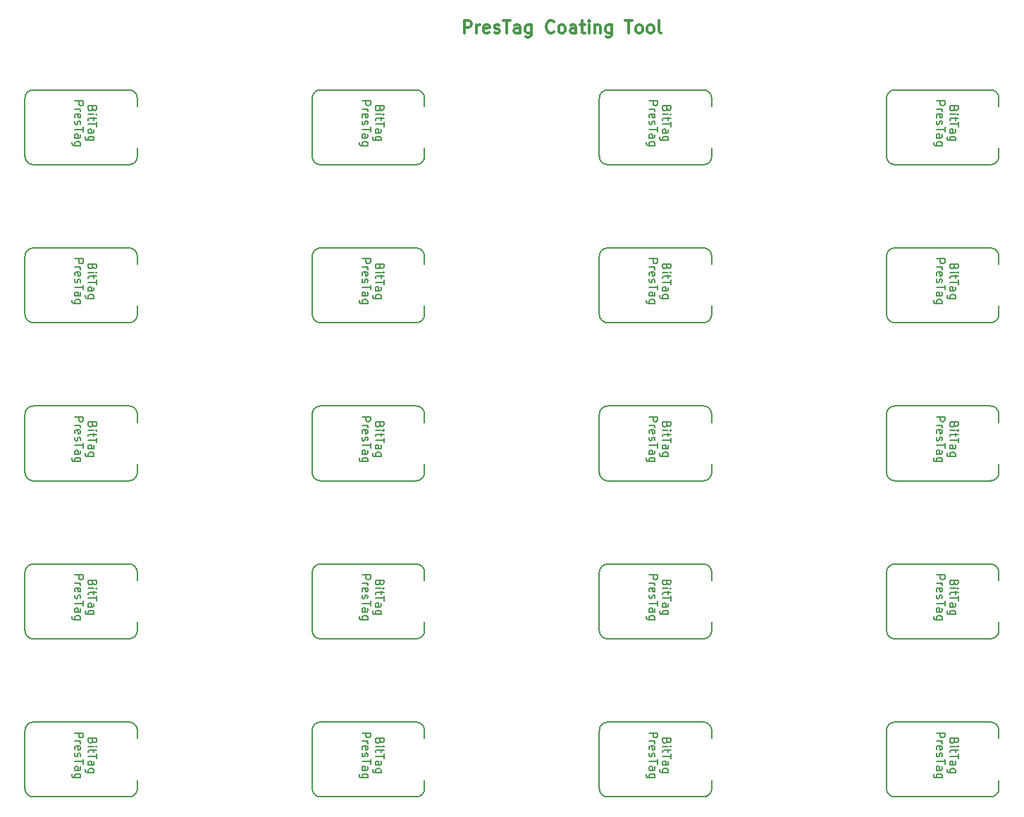
<source format=gbr>
%TF.GenerationSoftware,KiCad,Pcbnew,(6.0.11-0)*%
%TF.CreationDate,2023-04-29T14:31:07-04:00*%
%TF.ProjectId,pcb_coating_tool_array,7063625f-636f-4617-9469-6e675f746f6f,rev?*%
%TF.SameCoordinates,Original*%
%TF.FileFunction,Legend,Top*%
%TF.FilePolarity,Positive*%
%FSLAX46Y46*%
G04 Gerber Fmt 4.6, Leading zero omitted, Abs format (unit mm)*
G04 Created by KiCad (PCBNEW (6.0.11-0)) date 2023-04-29 14:31:07*
%MOMM*%
%LPD*%
G01*
G04 APERTURE LIST*
%ADD10C,0.150000*%
%ADD11C,0.300000*%
G04 APERTURE END LIST*
D10*
X97495000Y-49500000D02*
G75*
G03*
X96495000Y-48500000I-1000000J0D01*
G01*
X200995000Y-30500000D02*
G75*
G03*
X199995000Y-29500000I-1000000J0D01*
G01*
X166495000Y-30500000D02*
G75*
G03*
X165495000Y-29500000I-1000000J0D01*
G01*
X131995000Y-30500000D02*
G75*
G03*
X130995000Y-29500000I-1000000J0D01*
G01*
X131995000Y-49500000D02*
G75*
G03*
X130995000Y-48500000I-1000000J0D01*
G01*
X200995000Y-68500000D02*
G75*
G03*
X199995000Y-67500000I-1000000J0D01*
G01*
X166495000Y-49500000D02*
G75*
G03*
X165495000Y-48500000I-1000000J0D01*
G01*
X200995000Y-49500000D02*
G75*
G03*
X199995000Y-48500000I-1000000J0D01*
G01*
X97495000Y-68500000D02*
G75*
G03*
X96495000Y-67500000I-1000000J0D01*
G01*
X131995000Y-68500000D02*
G75*
G03*
X130995000Y-67500000I-1000000J0D01*
G01*
X166495000Y-68500000D02*
G75*
G03*
X165495000Y-67500000I-1000000J0D01*
G01*
X97495000Y-87500000D02*
G75*
G03*
X96495000Y-86500000I-1000000J0D01*
G01*
X97495000Y-30500000D02*
G75*
G03*
X96495000Y-29500000I-1000000J0D01*
G01*
X131995000Y-87500000D02*
G75*
G03*
X130995000Y-86500000I-1000000J0D01*
G01*
X166495000Y-87500000D02*
G75*
G03*
X165495000Y-86500000I-1000000J0D01*
G01*
X200995000Y-87500000D02*
G75*
G03*
X199995000Y-86500000I-1000000J0D01*
G01*
X97495000Y-106500000D02*
G75*
G03*
X96495000Y-105500000I-1000000J0D01*
G01*
X131995000Y-106500000D02*
G75*
G03*
X130995000Y-105500000I-1000000J0D01*
G01*
X166495000Y-106500000D02*
G75*
G03*
X165495000Y-105500000I-1000000J0D01*
G01*
X200995000Y-106500000D02*
G75*
G03*
X199995000Y-105500000I-1000000J0D01*
G01*
X84000000Y-37500000D02*
X84000000Y-30500000D01*
X118500000Y-37500000D02*
X118500000Y-30500000D01*
X153000000Y-37500000D02*
X153000000Y-30500000D01*
X187500000Y-37500000D02*
X187500000Y-30500000D01*
X84000000Y-56500000D02*
X84000000Y-49500000D01*
X118500000Y-56500000D02*
X118500000Y-49500000D01*
X153000000Y-56500000D02*
X153000000Y-49500000D01*
X187500000Y-56500000D02*
X187500000Y-49500000D01*
X84000000Y-75500000D02*
X84000000Y-68500000D01*
X118500000Y-75500000D02*
X118500000Y-68500000D01*
X153000000Y-75500000D02*
X153000000Y-68500000D01*
X187500000Y-75500000D02*
X187500000Y-68500000D01*
X84000000Y-94500000D02*
X84000000Y-87500000D01*
X118500000Y-94500000D02*
X118500000Y-87500000D01*
X153000000Y-94500000D02*
X153000000Y-87500000D01*
X187500000Y-94500000D02*
X187500000Y-87500000D01*
X84000000Y-113500000D02*
X84000000Y-106500000D01*
X118500000Y-113500000D02*
X118500000Y-106500000D01*
X153000000Y-113500000D02*
X153000000Y-106500000D01*
X187500000Y-113500000D02*
X187500000Y-106500000D01*
X96500000Y-38500000D02*
X85000000Y-38500000D01*
X131000000Y-38500000D02*
X119500000Y-38500000D01*
X165500000Y-38500000D02*
X154000000Y-38500000D01*
X200000000Y-38500000D02*
X188500000Y-38500000D01*
X96500000Y-57500000D02*
X85000000Y-57500000D01*
X131000000Y-57500000D02*
X119500000Y-57500000D01*
X165500000Y-57500000D02*
X154000000Y-57500000D01*
X200000000Y-57500000D02*
X188500000Y-57500000D01*
X96500000Y-76500000D02*
X85000000Y-76500000D01*
X131000000Y-76500000D02*
X119500000Y-76500000D01*
X165500000Y-76500000D02*
X154000000Y-76500000D01*
X200000000Y-76500000D02*
X188500000Y-76500000D01*
X96500000Y-95500000D02*
X85000000Y-95500000D01*
X131000000Y-95500000D02*
X119500000Y-95500000D01*
X165500000Y-95500000D02*
X154000000Y-95500000D01*
X200000000Y-95500000D02*
X188500000Y-95500000D01*
X96500000Y-114500000D02*
X85000000Y-114500000D01*
X131000000Y-114500000D02*
X119500000Y-114500000D01*
X165500000Y-114500000D02*
X154000000Y-114500000D01*
X200000000Y-114500000D02*
X188500000Y-114500000D01*
X85000000Y-29500000D02*
X96495000Y-29500000D01*
X119500000Y-29500000D02*
X130995000Y-29500000D01*
X154000000Y-29500000D02*
X165495000Y-29500000D01*
X188500000Y-29500000D02*
X199995000Y-29500000D01*
X85000000Y-48500000D02*
X96495000Y-48500000D01*
X119500000Y-48500000D02*
X130995000Y-48500000D01*
X154000000Y-48500000D02*
X165495000Y-48500000D01*
X188500000Y-48500000D02*
X199995000Y-48500000D01*
X85000000Y-67500000D02*
X96495000Y-67500000D01*
X119500000Y-67500000D02*
X130995000Y-67500000D01*
X154000000Y-67500000D02*
X165495000Y-67500000D01*
X188500000Y-67500000D02*
X199995000Y-67500000D01*
X85000000Y-86500000D02*
X96495000Y-86500000D01*
X119500000Y-86500000D02*
X130995000Y-86500000D01*
X154000000Y-86500000D02*
X165495000Y-86500000D01*
X188500000Y-86500000D02*
X199995000Y-86500000D01*
X85000000Y-105500000D02*
X96495000Y-105500000D01*
X119500000Y-105500000D02*
X130995000Y-105500000D01*
X154000000Y-105500000D02*
X165495000Y-105500000D01*
X188500000Y-105500000D02*
X199995000Y-105500000D01*
X85000000Y-29500000D02*
G75*
G03*
X84000000Y-30500000I0J-1000000D01*
G01*
X119500000Y-29500000D02*
G75*
G03*
X118500000Y-30500000I0J-1000000D01*
G01*
X154000000Y-29500000D02*
G75*
G03*
X153000000Y-30500000I0J-1000000D01*
G01*
X188500000Y-29500000D02*
G75*
G03*
X187500000Y-30500000I0J-1000000D01*
G01*
X85000000Y-48500000D02*
G75*
G03*
X84000000Y-49500000I0J-1000000D01*
G01*
X119500000Y-48500000D02*
G75*
G03*
X118500000Y-49500000I0J-1000000D01*
G01*
X154000000Y-48500000D02*
G75*
G03*
X153000000Y-49500000I0J-1000000D01*
G01*
X188500000Y-48500000D02*
G75*
G03*
X187500000Y-49500000I0J-1000000D01*
G01*
X85000000Y-105500000D02*
G75*
G03*
X84000000Y-106500000I0J-1000000D01*
G01*
X85000000Y-67500000D02*
G75*
G03*
X84000000Y-68500000I0J-1000000D01*
G01*
X119500000Y-67500000D02*
G75*
G03*
X118500000Y-68500000I0J-1000000D01*
G01*
X154000000Y-67500000D02*
G75*
G03*
X153000000Y-68500000I0J-1000000D01*
G01*
X188500000Y-67500000D02*
G75*
G03*
X187500000Y-68500000I0J-1000000D01*
G01*
X85000000Y-86500000D02*
G75*
G03*
X84000000Y-87500000I0J-1000000D01*
G01*
X119500000Y-86500000D02*
G75*
G03*
X118500000Y-87500000I0J-1000000D01*
G01*
X154000000Y-86500000D02*
G75*
G03*
X153000000Y-87500000I0J-1000000D01*
G01*
X188500000Y-86500000D02*
G75*
G03*
X187500000Y-87500000I0J-1000000D01*
G01*
X119500000Y-105500000D02*
G75*
G03*
X118500000Y-106500000I0J-1000000D01*
G01*
X154000000Y-105500000D02*
G75*
G03*
X153000000Y-106500000I0J-1000000D01*
G01*
X188500000Y-105500000D02*
G75*
G03*
X187500000Y-106500000I0J-1000000D01*
G01*
X96500000Y-38500000D02*
G75*
G03*
X97500000Y-37500000I0J1000000D01*
G01*
X131000000Y-38500000D02*
G75*
G03*
X132000000Y-37500000I0J1000000D01*
G01*
X165500000Y-38500000D02*
G75*
G03*
X166500000Y-37500000I0J1000000D01*
G01*
X200000000Y-38500000D02*
G75*
G03*
X201000000Y-37500000I0J1000000D01*
G01*
X96500000Y-57500000D02*
G75*
G03*
X97500000Y-56500000I0J1000000D01*
G01*
X131000000Y-57500000D02*
G75*
G03*
X132000000Y-56500000I0J1000000D01*
G01*
X165500000Y-57500000D02*
G75*
G03*
X166500000Y-56500000I0J1000000D01*
G01*
X200000000Y-57500000D02*
G75*
G03*
X201000000Y-56500000I0J1000000D01*
G01*
X96500000Y-76500000D02*
G75*
G03*
X97500000Y-75500000I0J1000000D01*
G01*
X131000000Y-76500000D02*
G75*
G03*
X132000000Y-75500000I0J1000000D01*
G01*
X165500000Y-76500000D02*
G75*
G03*
X166500000Y-75500000I0J1000000D01*
G01*
X200000000Y-76500000D02*
G75*
G03*
X201000000Y-75500000I0J1000000D01*
G01*
X96500000Y-95500000D02*
G75*
G03*
X97500000Y-94500000I0J1000000D01*
G01*
X131000000Y-95500000D02*
G75*
G03*
X132000000Y-94500000I0J1000000D01*
G01*
X165500000Y-95500000D02*
G75*
G03*
X166500000Y-94500000I0J1000000D01*
G01*
X200000000Y-95500000D02*
G75*
G03*
X201000000Y-94500000I0J1000000D01*
G01*
X96500000Y-114500000D02*
G75*
G03*
X97500000Y-113500000I0J1000000D01*
G01*
X131000000Y-114500000D02*
G75*
G03*
X132000000Y-113500000I0J1000000D01*
G01*
X165500000Y-114500000D02*
G75*
G03*
X166500000Y-113500000I0J1000000D01*
G01*
X200000000Y-114500000D02*
G75*
G03*
X201000000Y-113500000I0J1000000D01*
G01*
X97495000Y-30500000D02*
X97495000Y-31470000D01*
X131995000Y-30500000D02*
X131995000Y-31470000D01*
X166495000Y-30500000D02*
X166495000Y-31470000D01*
X200995000Y-30500000D02*
X200995000Y-31470000D01*
X97495000Y-49500000D02*
X97495000Y-50470000D01*
X131995000Y-49500000D02*
X131995000Y-50470000D01*
X166495000Y-49500000D02*
X166495000Y-50470000D01*
X200995000Y-49500000D02*
X200995000Y-50470000D01*
X97495000Y-68500000D02*
X97495000Y-69470000D01*
X131995000Y-68500000D02*
X131995000Y-69470000D01*
X166495000Y-68500000D02*
X166495000Y-69470000D01*
X200995000Y-68500000D02*
X200995000Y-69470000D01*
X97495000Y-87500000D02*
X97495000Y-88470000D01*
X131995000Y-87500000D02*
X131995000Y-88470000D01*
X166495000Y-87500000D02*
X166495000Y-88470000D01*
X200995000Y-87500000D02*
X200995000Y-88470000D01*
X97495000Y-106500000D02*
X97495000Y-107470000D01*
X131995000Y-106500000D02*
X131995000Y-107470000D01*
X166495000Y-106500000D02*
X166495000Y-107470000D01*
X200995000Y-106500000D02*
X200995000Y-107470000D01*
X97500000Y-37500000D02*
X97500000Y-36470000D01*
X132000000Y-37500000D02*
X132000000Y-36470000D01*
X166500000Y-37500000D02*
X166500000Y-36470000D01*
X201000000Y-37500000D02*
X201000000Y-36470000D01*
X97500000Y-56500000D02*
X97500000Y-55470000D01*
X132000000Y-56500000D02*
X132000000Y-55470000D01*
X166500000Y-56500000D02*
X166500000Y-55470000D01*
X201000000Y-56500000D02*
X201000000Y-55470000D01*
X97500000Y-75500000D02*
X97500000Y-74470000D01*
X132000000Y-75500000D02*
X132000000Y-74470000D01*
X166500000Y-75500000D02*
X166500000Y-74470000D01*
X201000000Y-75500000D02*
X201000000Y-74470000D01*
X97500000Y-94500000D02*
X97500000Y-93470000D01*
X132000000Y-94500000D02*
X132000000Y-93470000D01*
X166500000Y-94500000D02*
X166500000Y-93470000D01*
X201000000Y-94500000D02*
X201000000Y-93470000D01*
X97500000Y-113500000D02*
X97500000Y-112470000D01*
X132000000Y-113500000D02*
X132000000Y-112470000D01*
X166500000Y-113500000D02*
X166500000Y-112470000D01*
X201000000Y-113500000D02*
X201000000Y-112470000D01*
X84000000Y-37500000D02*
G75*
G03*
X85000000Y-38500000I1000000J0D01*
G01*
X118500000Y-37500000D02*
G75*
G03*
X119500000Y-38500000I1000000J0D01*
G01*
X153000000Y-37500000D02*
G75*
G03*
X154000000Y-38500000I1000000J0D01*
G01*
X187500000Y-37500000D02*
G75*
G03*
X188500000Y-38500000I1000000J0D01*
G01*
X84000000Y-56500000D02*
G75*
G03*
X85000000Y-57500000I1000000J0D01*
G01*
X118500000Y-56500000D02*
G75*
G03*
X119500000Y-57500000I1000000J0D01*
G01*
X153000000Y-56500000D02*
G75*
G03*
X154000000Y-57500000I1000000J0D01*
G01*
X187500000Y-56500000D02*
G75*
G03*
X188500000Y-57500000I1000000J0D01*
G01*
X84000000Y-75500000D02*
G75*
G03*
X85000000Y-76500000I1000000J0D01*
G01*
X118500000Y-75500000D02*
G75*
G03*
X119500000Y-76500000I1000000J0D01*
G01*
X153000000Y-75500000D02*
G75*
G03*
X154000000Y-76500000I1000000J0D01*
G01*
X187500000Y-75500000D02*
G75*
G03*
X188500000Y-76500000I1000000J0D01*
G01*
X84000000Y-94500000D02*
G75*
G03*
X85000000Y-95500000I1000000J0D01*
G01*
X118500000Y-94500000D02*
G75*
G03*
X119500000Y-95500000I1000000J0D01*
G01*
X153000000Y-94500000D02*
G75*
G03*
X154000000Y-95500000I1000000J0D01*
G01*
X187500000Y-94500000D02*
G75*
G03*
X188500000Y-95500000I1000000J0D01*
G01*
X84000000Y-113500000D02*
G75*
G03*
X85000000Y-114500000I1000000J0D01*
G01*
X118500000Y-113500000D02*
G75*
G03*
X119500000Y-114500000I1000000J0D01*
G01*
X153000000Y-113500000D02*
G75*
G03*
X154000000Y-114500000I1000000J0D01*
G01*
X187500000Y-113500000D02*
G75*
G03*
X188500000Y-114500000I1000000J0D01*
G01*
D11*
X136750000Y-22678571D02*
X136750000Y-21178571D01*
X137321428Y-21178571D01*
X137464285Y-21250000D01*
X137535714Y-21321428D01*
X137607142Y-21464285D01*
X137607142Y-21678571D01*
X137535714Y-21821428D01*
X137464285Y-21892857D01*
X137321428Y-21964285D01*
X136750000Y-21964285D01*
X138250000Y-22678571D02*
X138250000Y-21678571D01*
X138250000Y-21964285D02*
X138321428Y-21821428D01*
X138392857Y-21750000D01*
X138535714Y-21678571D01*
X138678571Y-21678571D01*
X139750000Y-22607142D02*
X139607142Y-22678571D01*
X139321428Y-22678571D01*
X139178571Y-22607142D01*
X139107142Y-22464285D01*
X139107142Y-21892857D01*
X139178571Y-21750000D01*
X139321428Y-21678571D01*
X139607142Y-21678571D01*
X139750000Y-21750000D01*
X139821428Y-21892857D01*
X139821428Y-22035714D01*
X139107142Y-22178571D01*
X140392857Y-22607142D02*
X140535714Y-22678571D01*
X140821428Y-22678571D01*
X140964285Y-22607142D01*
X141035714Y-22464285D01*
X141035714Y-22392857D01*
X140964285Y-22250000D01*
X140821428Y-22178571D01*
X140607142Y-22178571D01*
X140464285Y-22107142D01*
X140392857Y-21964285D01*
X140392857Y-21892857D01*
X140464285Y-21750000D01*
X140607142Y-21678571D01*
X140821428Y-21678571D01*
X140964285Y-21750000D01*
X141464285Y-21178571D02*
X142321428Y-21178571D01*
X141892857Y-22678571D02*
X141892857Y-21178571D01*
X143464285Y-22678571D02*
X143464285Y-21892857D01*
X143392857Y-21750000D01*
X143250000Y-21678571D01*
X142964285Y-21678571D01*
X142821428Y-21750000D01*
X143464285Y-22607142D02*
X143321428Y-22678571D01*
X142964285Y-22678571D01*
X142821428Y-22607142D01*
X142750000Y-22464285D01*
X142750000Y-22321428D01*
X142821428Y-22178571D01*
X142964285Y-22107142D01*
X143321428Y-22107142D01*
X143464285Y-22035714D01*
X144821428Y-21678571D02*
X144821428Y-22892857D01*
X144750000Y-23035714D01*
X144678571Y-23107142D01*
X144535714Y-23178571D01*
X144321428Y-23178571D01*
X144178571Y-23107142D01*
X144821428Y-22607142D02*
X144678571Y-22678571D01*
X144392857Y-22678571D01*
X144250000Y-22607142D01*
X144178571Y-22535714D01*
X144107142Y-22392857D01*
X144107142Y-21964285D01*
X144178571Y-21821428D01*
X144250000Y-21750000D01*
X144392857Y-21678571D01*
X144678571Y-21678571D01*
X144821428Y-21750000D01*
X147535714Y-22535714D02*
X147464285Y-22607142D01*
X147250000Y-22678571D01*
X147107142Y-22678571D01*
X146892857Y-22607142D01*
X146750000Y-22464285D01*
X146678571Y-22321428D01*
X146607142Y-22035714D01*
X146607142Y-21821428D01*
X146678571Y-21535714D01*
X146750000Y-21392857D01*
X146892857Y-21250000D01*
X147107142Y-21178571D01*
X147250000Y-21178571D01*
X147464285Y-21250000D01*
X147535714Y-21321428D01*
X148392857Y-22678571D02*
X148250000Y-22607142D01*
X148178571Y-22535714D01*
X148107142Y-22392857D01*
X148107142Y-21964285D01*
X148178571Y-21821428D01*
X148250000Y-21750000D01*
X148392857Y-21678571D01*
X148607142Y-21678571D01*
X148750000Y-21750000D01*
X148821428Y-21821428D01*
X148892857Y-21964285D01*
X148892857Y-22392857D01*
X148821428Y-22535714D01*
X148750000Y-22607142D01*
X148607142Y-22678571D01*
X148392857Y-22678571D01*
X150178571Y-22678571D02*
X150178571Y-21892857D01*
X150107142Y-21750000D01*
X149964285Y-21678571D01*
X149678571Y-21678571D01*
X149535714Y-21750000D01*
X150178571Y-22607142D02*
X150035714Y-22678571D01*
X149678571Y-22678571D01*
X149535714Y-22607142D01*
X149464285Y-22464285D01*
X149464285Y-22321428D01*
X149535714Y-22178571D01*
X149678571Y-22107142D01*
X150035714Y-22107142D01*
X150178571Y-22035714D01*
X150678571Y-21678571D02*
X151250000Y-21678571D01*
X150892857Y-21178571D02*
X150892857Y-22464285D01*
X150964285Y-22607142D01*
X151107142Y-22678571D01*
X151250000Y-22678571D01*
X151750000Y-22678571D02*
X151750000Y-21678571D01*
X151750000Y-21178571D02*
X151678571Y-21250000D01*
X151750000Y-21321428D01*
X151821428Y-21250000D01*
X151750000Y-21178571D01*
X151750000Y-21321428D01*
X152464285Y-21678571D02*
X152464285Y-22678571D01*
X152464285Y-21821428D02*
X152535714Y-21750000D01*
X152678571Y-21678571D01*
X152892857Y-21678571D01*
X153035714Y-21750000D01*
X153107142Y-21892857D01*
X153107142Y-22678571D01*
X154464285Y-21678571D02*
X154464285Y-22892857D01*
X154392857Y-23035714D01*
X154321428Y-23107142D01*
X154178571Y-23178571D01*
X153964285Y-23178571D01*
X153821428Y-23107142D01*
X154464285Y-22607142D02*
X154321428Y-22678571D01*
X154035714Y-22678571D01*
X153892857Y-22607142D01*
X153821428Y-22535714D01*
X153750000Y-22392857D01*
X153750000Y-21964285D01*
X153821428Y-21821428D01*
X153892857Y-21750000D01*
X154035714Y-21678571D01*
X154321428Y-21678571D01*
X154464285Y-21750000D01*
X156107142Y-21178571D02*
X156964285Y-21178571D01*
X156535714Y-22678571D02*
X156535714Y-21178571D01*
X157678571Y-22678571D02*
X157535714Y-22607142D01*
X157464285Y-22535714D01*
X157392857Y-22392857D01*
X157392857Y-21964285D01*
X157464285Y-21821428D01*
X157535714Y-21750000D01*
X157678571Y-21678571D01*
X157892857Y-21678571D01*
X158035714Y-21750000D01*
X158107142Y-21821428D01*
X158178571Y-21964285D01*
X158178571Y-22392857D01*
X158107142Y-22535714D01*
X158035714Y-22607142D01*
X157892857Y-22678571D01*
X157678571Y-22678571D01*
X159035714Y-22678571D02*
X158892857Y-22607142D01*
X158821428Y-22535714D01*
X158750000Y-22392857D01*
X158750000Y-21964285D01*
X158821428Y-21821428D01*
X158892857Y-21750000D01*
X159035714Y-21678571D01*
X159250000Y-21678571D01*
X159392857Y-21750000D01*
X159464285Y-21821428D01*
X159535714Y-21964285D01*
X159535714Y-22392857D01*
X159464285Y-22535714D01*
X159392857Y-22607142D01*
X159250000Y-22678571D01*
X159035714Y-22678571D01*
X160392857Y-22678571D02*
X160250000Y-22607142D01*
X160178571Y-22464285D01*
X160178571Y-21178571D01*
D10*
X161126428Y-69761904D02*
X161078809Y-69904761D01*
X161031190Y-69952380D01*
X160935952Y-70000000D01*
X160793095Y-70000000D01*
X160697857Y-69952380D01*
X160650238Y-69904761D01*
X160602619Y-69809523D01*
X160602619Y-69428571D01*
X161602619Y-69428571D01*
X161602619Y-69761904D01*
X161555000Y-69857142D01*
X161507380Y-69904761D01*
X161412142Y-69952380D01*
X161316904Y-69952380D01*
X161221666Y-69904761D01*
X161174047Y-69857142D01*
X161126428Y-69761904D01*
X161126428Y-69428571D01*
X160602619Y-70428571D02*
X161269285Y-70428571D01*
X161602619Y-70428571D02*
X161555000Y-70380952D01*
X161507380Y-70428571D01*
X161555000Y-70476190D01*
X161602619Y-70428571D01*
X161507380Y-70428571D01*
X161269285Y-70761904D02*
X161269285Y-71142857D01*
X161602619Y-70904761D02*
X160745476Y-70904761D01*
X160650238Y-70952380D01*
X160602619Y-71047619D01*
X160602619Y-71142857D01*
X161602619Y-71333333D02*
X161602619Y-71904761D01*
X160602619Y-71619047D02*
X161602619Y-71619047D01*
X160602619Y-72666666D02*
X161126428Y-72666666D01*
X161221666Y-72619047D01*
X161269285Y-72523809D01*
X161269285Y-72333333D01*
X161221666Y-72238095D01*
X160650238Y-72666666D02*
X160602619Y-72571428D01*
X160602619Y-72333333D01*
X160650238Y-72238095D01*
X160745476Y-72190476D01*
X160840714Y-72190476D01*
X160935952Y-72238095D01*
X160983571Y-72333333D01*
X160983571Y-72571428D01*
X161031190Y-72666666D01*
X161269285Y-73571428D02*
X160459761Y-73571428D01*
X160364523Y-73523809D01*
X160316904Y-73476190D01*
X160269285Y-73380952D01*
X160269285Y-73238095D01*
X160316904Y-73142857D01*
X160650238Y-73571428D02*
X160602619Y-73476190D01*
X160602619Y-73285714D01*
X160650238Y-73190476D01*
X160697857Y-73142857D01*
X160793095Y-73095238D01*
X161078809Y-73095238D01*
X161174047Y-73142857D01*
X161221666Y-73190476D01*
X161269285Y-73285714D01*
X161269285Y-73476190D01*
X161221666Y-73571428D01*
X158992619Y-68809523D02*
X159992619Y-68809523D01*
X159992619Y-69190476D01*
X159945000Y-69285714D01*
X159897380Y-69333333D01*
X159802142Y-69380952D01*
X159659285Y-69380952D01*
X159564047Y-69333333D01*
X159516428Y-69285714D01*
X159468809Y-69190476D01*
X159468809Y-68809523D01*
X158992619Y-69809523D02*
X159659285Y-69809523D01*
X159468809Y-69809523D02*
X159564047Y-69857142D01*
X159611666Y-69904761D01*
X159659285Y-70000000D01*
X159659285Y-70095238D01*
X159040238Y-70809523D02*
X158992619Y-70714285D01*
X158992619Y-70523809D01*
X159040238Y-70428571D01*
X159135476Y-70380952D01*
X159516428Y-70380952D01*
X159611666Y-70428571D01*
X159659285Y-70523809D01*
X159659285Y-70714285D01*
X159611666Y-70809523D01*
X159516428Y-70857142D01*
X159421190Y-70857142D01*
X159325952Y-70380952D01*
X159040238Y-71238095D02*
X158992619Y-71333333D01*
X158992619Y-71523809D01*
X159040238Y-71619047D01*
X159135476Y-71666666D01*
X159183095Y-71666666D01*
X159278333Y-71619047D01*
X159325952Y-71523809D01*
X159325952Y-71380952D01*
X159373571Y-71285714D01*
X159468809Y-71238095D01*
X159516428Y-71238095D01*
X159611666Y-71285714D01*
X159659285Y-71380952D01*
X159659285Y-71523809D01*
X159611666Y-71619047D01*
X159992619Y-71952380D02*
X159992619Y-72523809D01*
X158992619Y-72238095D02*
X159992619Y-72238095D01*
X158992619Y-73285714D02*
X159516428Y-73285714D01*
X159611666Y-73238095D01*
X159659285Y-73142857D01*
X159659285Y-72952380D01*
X159611666Y-72857142D01*
X159040238Y-73285714D02*
X158992619Y-73190476D01*
X158992619Y-72952380D01*
X159040238Y-72857142D01*
X159135476Y-72809523D01*
X159230714Y-72809523D01*
X159325952Y-72857142D01*
X159373571Y-72952380D01*
X159373571Y-73190476D01*
X159421190Y-73285714D01*
X159659285Y-74190476D02*
X158849761Y-74190476D01*
X158754523Y-74142857D01*
X158706904Y-74095238D01*
X158659285Y-74000000D01*
X158659285Y-73857142D01*
X158706904Y-73761904D01*
X159040238Y-74190476D02*
X158992619Y-74095238D01*
X158992619Y-73904761D01*
X159040238Y-73809523D01*
X159087857Y-73761904D01*
X159183095Y-73714285D01*
X159468809Y-73714285D01*
X159564047Y-73761904D01*
X159611666Y-73809523D01*
X159659285Y-73904761D01*
X159659285Y-74095238D01*
X159611666Y-74190476D01*
X92126428Y-88761904D02*
X92078809Y-88904761D01*
X92031190Y-88952380D01*
X91935952Y-89000000D01*
X91793095Y-89000000D01*
X91697857Y-88952380D01*
X91650238Y-88904761D01*
X91602619Y-88809523D01*
X91602619Y-88428571D01*
X92602619Y-88428571D01*
X92602619Y-88761904D01*
X92555000Y-88857142D01*
X92507380Y-88904761D01*
X92412142Y-88952380D01*
X92316904Y-88952380D01*
X92221666Y-88904761D01*
X92174047Y-88857142D01*
X92126428Y-88761904D01*
X92126428Y-88428571D01*
X91602619Y-89428571D02*
X92269285Y-89428571D01*
X92602619Y-89428571D02*
X92555000Y-89380952D01*
X92507380Y-89428571D01*
X92555000Y-89476190D01*
X92602619Y-89428571D01*
X92507380Y-89428571D01*
X92269285Y-89761904D02*
X92269285Y-90142857D01*
X92602619Y-89904761D02*
X91745476Y-89904761D01*
X91650238Y-89952380D01*
X91602619Y-90047619D01*
X91602619Y-90142857D01*
X92602619Y-90333333D02*
X92602619Y-90904761D01*
X91602619Y-90619047D02*
X92602619Y-90619047D01*
X91602619Y-91666666D02*
X92126428Y-91666666D01*
X92221666Y-91619047D01*
X92269285Y-91523809D01*
X92269285Y-91333333D01*
X92221666Y-91238095D01*
X91650238Y-91666666D02*
X91602619Y-91571428D01*
X91602619Y-91333333D01*
X91650238Y-91238095D01*
X91745476Y-91190476D01*
X91840714Y-91190476D01*
X91935952Y-91238095D01*
X91983571Y-91333333D01*
X91983571Y-91571428D01*
X92031190Y-91666666D01*
X92269285Y-92571428D02*
X91459761Y-92571428D01*
X91364523Y-92523809D01*
X91316904Y-92476190D01*
X91269285Y-92380952D01*
X91269285Y-92238095D01*
X91316904Y-92142857D01*
X91650238Y-92571428D02*
X91602619Y-92476190D01*
X91602619Y-92285714D01*
X91650238Y-92190476D01*
X91697857Y-92142857D01*
X91793095Y-92095238D01*
X92078809Y-92095238D01*
X92174047Y-92142857D01*
X92221666Y-92190476D01*
X92269285Y-92285714D01*
X92269285Y-92476190D01*
X92221666Y-92571428D01*
X89992619Y-87809523D02*
X90992619Y-87809523D01*
X90992619Y-88190476D01*
X90945000Y-88285714D01*
X90897380Y-88333333D01*
X90802142Y-88380952D01*
X90659285Y-88380952D01*
X90564047Y-88333333D01*
X90516428Y-88285714D01*
X90468809Y-88190476D01*
X90468809Y-87809523D01*
X89992619Y-88809523D02*
X90659285Y-88809523D01*
X90468809Y-88809523D02*
X90564047Y-88857142D01*
X90611666Y-88904761D01*
X90659285Y-89000000D01*
X90659285Y-89095238D01*
X90040238Y-89809523D02*
X89992619Y-89714285D01*
X89992619Y-89523809D01*
X90040238Y-89428571D01*
X90135476Y-89380952D01*
X90516428Y-89380952D01*
X90611666Y-89428571D01*
X90659285Y-89523809D01*
X90659285Y-89714285D01*
X90611666Y-89809523D01*
X90516428Y-89857142D01*
X90421190Y-89857142D01*
X90325952Y-89380952D01*
X90040238Y-90238095D02*
X89992619Y-90333333D01*
X89992619Y-90523809D01*
X90040238Y-90619047D01*
X90135476Y-90666666D01*
X90183095Y-90666666D01*
X90278333Y-90619047D01*
X90325952Y-90523809D01*
X90325952Y-90380952D01*
X90373571Y-90285714D01*
X90468809Y-90238095D01*
X90516428Y-90238095D01*
X90611666Y-90285714D01*
X90659285Y-90380952D01*
X90659285Y-90523809D01*
X90611666Y-90619047D01*
X90992619Y-90952380D02*
X90992619Y-91523809D01*
X89992619Y-91238095D02*
X90992619Y-91238095D01*
X89992619Y-92285714D02*
X90516428Y-92285714D01*
X90611666Y-92238095D01*
X90659285Y-92142857D01*
X90659285Y-91952380D01*
X90611666Y-91857142D01*
X90040238Y-92285714D02*
X89992619Y-92190476D01*
X89992619Y-91952380D01*
X90040238Y-91857142D01*
X90135476Y-91809523D01*
X90230714Y-91809523D01*
X90325952Y-91857142D01*
X90373571Y-91952380D01*
X90373571Y-92190476D01*
X90421190Y-92285714D01*
X90659285Y-93190476D02*
X89849761Y-93190476D01*
X89754523Y-93142857D01*
X89706904Y-93095238D01*
X89659285Y-93000000D01*
X89659285Y-92857142D01*
X89706904Y-92761904D01*
X90040238Y-93190476D02*
X89992619Y-93095238D01*
X89992619Y-92904761D01*
X90040238Y-92809523D01*
X90087857Y-92761904D01*
X90183095Y-92714285D01*
X90468809Y-92714285D01*
X90564047Y-92761904D01*
X90611666Y-92809523D01*
X90659285Y-92904761D01*
X90659285Y-93095238D01*
X90611666Y-93190476D01*
X126626428Y-88761904D02*
X126578809Y-88904761D01*
X126531190Y-88952380D01*
X126435952Y-89000000D01*
X126293095Y-89000000D01*
X126197857Y-88952380D01*
X126150238Y-88904761D01*
X126102619Y-88809523D01*
X126102619Y-88428571D01*
X127102619Y-88428571D01*
X127102619Y-88761904D01*
X127055000Y-88857142D01*
X127007380Y-88904761D01*
X126912142Y-88952380D01*
X126816904Y-88952380D01*
X126721666Y-88904761D01*
X126674047Y-88857142D01*
X126626428Y-88761904D01*
X126626428Y-88428571D01*
X126102619Y-89428571D02*
X126769285Y-89428571D01*
X127102619Y-89428571D02*
X127055000Y-89380952D01*
X127007380Y-89428571D01*
X127055000Y-89476190D01*
X127102619Y-89428571D01*
X127007380Y-89428571D01*
X126769285Y-89761904D02*
X126769285Y-90142857D01*
X127102619Y-89904761D02*
X126245476Y-89904761D01*
X126150238Y-89952380D01*
X126102619Y-90047619D01*
X126102619Y-90142857D01*
X127102619Y-90333333D02*
X127102619Y-90904761D01*
X126102619Y-90619047D02*
X127102619Y-90619047D01*
X126102619Y-91666666D02*
X126626428Y-91666666D01*
X126721666Y-91619047D01*
X126769285Y-91523809D01*
X126769285Y-91333333D01*
X126721666Y-91238095D01*
X126150238Y-91666666D02*
X126102619Y-91571428D01*
X126102619Y-91333333D01*
X126150238Y-91238095D01*
X126245476Y-91190476D01*
X126340714Y-91190476D01*
X126435952Y-91238095D01*
X126483571Y-91333333D01*
X126483571Y-91571428D01*
X126531190Y-91666666D01*
X126769285Y-92571428D02*
X125959761Y-92571428D01*
X125864523Y-92523809D01*
X125816904Y-92476190D01*
X125769285Y-92380952D01*
X125769285Y-92238095D01*
X125816904Y-92142857D01*
X126150238Y-92571428D02*
X126102619Y-92476190D01*
X126102619Y-92285714D01*
X126150238Y-92190476D01*
X126197857Y-92142857D01*
X126293095Y-92095238D01*
X126578809Y-92095238D01*
X126674047Y-92142857D01*
X126721666Y-92190476D01*
X126769285Y-92285714D01*
X126769285Y-92476190D01*
X126721666Y-92571428D01*
X124492619Y-87809523D02*
X125492619Y-87809523D01*
X125492619Y-88190476D01*
X125445000Y-88285714D01*
X125397380Y-88333333D01*
X125302142Y-88380952D01*
X125159285Y-88380952D01*
X125064047Y-88333333D01*
X125016428Y-88285714D01*
X124968809Y-88190476D01*
X124968809Y-87809523D01*
X124492619Y-88809523D02*
X125159285Y-88809523D01*
X124968809Y-88809523D02*
X125064047Y-88857142D01*
X125111666Y-88904761D01*
X125159285Y-89000000D01*
X125159285Y-89095238D01*
X124540238Y-89809523D02*
X124492619Y-89714285D01*
X124492619Y-89523809D01*
X124540238Y-89428571D01*
X124635476Y-89380952D01*
X125016428Y-89380952D01*
X125111666Y-89428571D01*
X125159285Y-89523809D01*
X125159285Y-89714285D01*
X125111666Y-89809523D01*
X125016428Y-89857142D01*
X124921190Y-89857142D01*
X124825952Y-89380952D01*
X124540238Y-90238095D02*
X124492619Y-90333333D01*
X124492619Y-90523809D01*
X124540238Y-90619047D01*
X124635476Y-90666666D01*
X124683095Y-90666666D01*
X124778333Y-90619047D01*
X124825952Y-90523809D01*
X124825952Y-90380952D01*
X124873571Y-90285714D01*
X124968809Y-90238095D01*
X125016428Y-90238095D01*
X125111666Y-90285714D01*
X125159285Y-90380952D01*
X125159285Y-90523809D01*
X125111666Y-90619047D01*
X125492619Y-90952380D02*
X125492619Y-91523809D01*
X124492619Y-91238095D02*
X125492619Y-91238095D01*
X124492619Y-92285714D02*
X125016428Y-92285714D01*
X125111666Y-92238095D01*
X125159285Y-92142857D01*
X125159285Y-91952380D01*
X125111666Y-91857142D01*
X124540238Y-92285714D02*
X124492619Y-92190476D01*
X124492619Y-91952380D01*
X124540238Y-91857142D01*
X124635476Y-91809523D01*
X124730714Y-91809523D01*
X124825952Y-91857142D01*
X124873571Y-91952380D01*
X124873571Y-92190476D01*
X124921190Y-92285714D01*
X125159285Y-93190476D02*
X124349761Y-93190476D01*
X124254523Y-93142857D01*
X124206904Y-93095238D01*
X124159285Y-93000000D01*
X124159285Y-92857142D01*
X124206904Y-92761904D01*
X124540238Y-93190476D02*
X124492619Y-93095238D01*
X124492619Y-92904761D01*
X124540238Y-92809523D01*
X124587857Y-92761904D01*
X124683095Y-92714285D01*
X124968809Y-92714285D01*
X125064047Y-92761904D01*
X125111666Y-92809523D01*
X125159285Y-92904761D01*
X125159285Y-93095238D01*
X125111666Y-93190476D01*
X161126428Y-88761904D02*
X161078809Y-88904761D01*
X161031190Y-88952380D01*
X160935952Y-89000000D01*
X160793095Y-89000000D01*
X160697857Y-88952380D01*
X160650238Y-88904761D01*
X160602619Y-88809523D01*
X160602619Y-88428571D01*
X161602619Y-88428571D01*
X161602619Y-88761904D01*
X161555000Y-88857142D01*
X161507380Y-88904761D01*
X161412142Y-88952380D01*
X161316904Y-88952380D01*
X161221666Y-88904761D01*
X161174047Y-88857142D01*
X161126428Y-88761904D01*
X161126428Y-88428571D01*
X160602619Y-89428571D02*
X161269285Y-89428571D01*
X161602619Y-89428571D02*
X161555000Y-89380952D01*
X161507380Y-89428571D01*
X161555000Y-89476190D01*
X161602619Y-89428571D01*
X161507380Y-89428571D01*
X161269285Y-89761904D02*
X161269285Y-90142857D01*
X161602619Y-89904761D02*
X160745476Y-89904761D01*
X160650238Y-89952380D01*
X160602619Y-90047619D01*
X160602619Y-90142857D01*
X161602619Y-90333333D02*
X161602619Y-90904761D01*
X160602619Y-90619047D02*
X161602619Y-90619047D01*
X160602619Y-91666666D02*
X161126428Y-91666666D01*
X161221666Y-91619047D01*
X161269285Y-91523809D01*
X161269285Y-91333333D01*
X161221666Y-91238095D01*
X160650238Y-91666666D02*
X160602619Y-91571428D01*
X160602619Y-91333333D01*
X160650238Y-91238095D01*
X160745476Y-91190476D01*
X160840714Y-91190476D01*
X160935952Y-91238095D01*
X160983571Y-91333333D01*
X160983571Y-91571428D01*
X161031190Y-91666666D01*
X161269285Y-92571428D02*
X160459761Y-92571428D01*
X160364523Y-92523809D01*
X160316904Y-92476190D01*
X160269285Y-92380952D01*
X160269285Y-92238095D01*
X160316904Y-92142857D01*
X160650238Y-92571428D02*
X160602619Y-92476190D01*
X160602619Y-92285714D01*
X160650238Y-92190476D01*
X160697857Y-92142857D01*
X160793095Y-92095238D01*
X161078809Y-92095238D01*
X161174047Y-92142857D01*
X161221666Y-92190476D01*
X161269285Y-92285714D01*
X161269285Y-92476190D01*
X161221666Y-92571428D01*
X158992619Y-87809523D02*
X159992619Y-87809523D01*
X159992619Y-88190476D01*
X159945000Y-88285714D01*
X159897380Y-88333333D01*
X159802142Y-88380952D01*
X159659285Y-88380952D01*
X159564047Y-88333333D01*
X159516428Y-88285714D01*
X159468809Y-88190476D01*
X159468809Y-87809523D01*
X158992619Y-88809523D02*
X159659285Y-88809523D01*
X159468809Y-88809523D02*
X159564047Y-88857142D01*
X159611666Y-88904761D01*
X159659285Y-89000000D01*
X159659285Y-89095238D01*
X159040238Y-89809523D02*
X158992619Y-89714285D01*
X158992619Y-89523809D01*
X159040238Y-89428571D01*
X159135476Y-89380952D01*
X159516428Y-89380952D01*
X159611666Y-89428571D01*
X159659285Y-89523809D01*
X159659285Y-89714285D01*
X159611666Y-89809523D01*
X159516428Y-89857142D01*
X159421190Y-89857142D01*
X159325952Y-89380952D01*
X159040238Y-90238095D02*
X158992619Y-90333333D01*
X158992619Y-90523809D01*
X159040238Y-90619047D01*
X159135476Y-90666666D01*
X159183095Y-90666666D01*
X159278333Y-90619047D01*
X159325952Y-90523809D01*
X159325952Y-90380952D01*
X159373571Y-90285714D01*
X159468809Y-90238095D01*
X159516428Y-90238095D01*
X159611666Y-90285714D01*
X159659285Y-90380952D01*
X159659285Y-90523809D01*
X159611666Y-90619047D01*
X159992619Y-90952380D02*
X159992619Y-91523809D01*
X158992619Y-91238095D02*
X159992619Y-91238095D01*
X158992619Y-92285714D02*
X159516428Y-92285714D01*
X159611666Y-92238095D01*
X159659285Y-92142857D01*
X159659285Y-91952380D01*
X159611666Y-91857142D01*
X159040238Y-92285714D02*
X158992619Y-92190476D01*
X158992619Y-91952380D01*
X159040238Y-91857142D01*
X159135476Y-91809523D01*
X159230714Y-91809523D01*
X159325952Y-91857142D01*
X159373571Y-91952380D01*
X159373571Y-92190476D01*
X159421190Y-92285714D01*
X159659285Y-93190476D02*
X158849761Y-93190476D01*
X158754523Y-93142857D01*
X158706904Y-93095238D01*
X158659285Y-93000000D01*
X158659285Y-92857142D01*
X158706904Y-92761904D01*
X159040238Y-93190476D02*
X158992619Y-93095238D01*
X158992619Y-92904761D01*
X159040238Y-92809523D01*
X159087857Y-92761904D01*
X159183095Y-92714285D01*
X159468809Y-92714285D01*
X159564047Y-92761904D01*
X159611666Y-92809523D01*
X159659285Y-92904761D01*
X159659285Y-93095238D01*
X159611666Y-93190476D01*
X195626428Y-88761904D02*
X195578809Y-88904761D01*
X195531190Y-88952380D01*
X195435952Y-89000000D01*
X195293095Y-89000000D01*
X195197857Y-88952380D01*
X195150238Y-88904761D01*
X195102619Y-88809523D01*
X195102619Y-88428571D01*
X196102619Y-88428571D01*
X196102619Y-88761904D01*
X196055000Y-88857142D01*
X196007380Y-88904761D01*
X195912142Y-88952380D01*
X195816904Y-88952380D01*
X195721666Y-88904761D01*
X195674047Y-88857142D01*
X195626428Y-88761904D01*
X195626428Y-88428571D01*
X195102619Y-89428571D02*
X195769285Y-89428571D01*
X196102619Y-89428571D02*
X196055000Y-89380952D01*
X196007380Y-89428571D01*
X196055000Y-89476190D01*
X196102619Y-89428571D01*
X196007380Y-89428571D01*
X195769285Y-89761904D02*
X195769285Y-90142857D01*
X196102619Y-89904761D02*
X195245476Y-89904761D01*
X195150238Y-89952380D01*
X195102619Y-90047619D01*
X195102619Y-90142857D01*
X196102619Y-90333333D02*
X196102619Y-90904761D01*
X195102619Y-90619047D02*
X196102619Y-90619047D01*
X195102619Y-91666666D02*
X195626428Y-91666666D01*
X195721666Y-91619047D01*
X195769285Y-91523809D01*
X195769285Y-91333333D01*
X195721666Y-91238095D01*
X195150238Y-91666666D02*
X195102619Y-91571428D01*
X195102619Y-91333333D01*
X195150238Y-91238095D01*
X195245476Y-91190476D01*
X195340714Y-91190476D01*
X195435952Y-91238095D01*
X195483571Y-91333333D01*
X195483571Y-91571428D01*
X195531190Y-91666666D01*
X195769285Y-92571428D02*
X194959761Y-92571428D01*
X194864523Y-92523809D01*
X194816904Y-92476190D01*
X194769285Y-92380952D01*
X194769285Y-92238095D01*
X194816904Y-92142857D01*
X195150238Y-92571428D02*
X195102619Y-92476190D01*
X195102619Y-92285714D01*
X195150238Y-92190476D01*
X195197857Y-92142857D01*
X195293095Y-92095238D01*
X195578809Y-92095238D01*
X195674047Y-92142857D01*
X195721666Y-92190476D01*
X195769285Y-92285714D01*
X195769285Y-92476190D01*
X195721666Y-92571428D01*
X193492619Y-87809523D02*
X194492619Y-87809523D01*
X194492619Y-88190476D01*
X194445000Y-88285714D01*
X194397380Y-88333333D01*
X194302142Y-88380952D01*
X194159285Y-88380952D01*
X194064047Y-88333333D01*
X194016428Y-88285714D01*
X193968809Y-88190476D01*
X193968809Y-87809523D01*
X193492619Y-88809523D02*
X194159285Y-88809523D01*
X193968809Y-88809523D02*
X194064047Y-88857142D01*
X194111666Y-88904761D01*
X194159285Y-89000000D01*
X194159285Y-89095238D01*
X193540238Y-89809523D02*
X193492619Y-89714285D01*
X193492619Y-89523809D01*
X193540238Y-89428571D01*
X193635476Y-89380952D01*
X194016428Y-89380952D01*
X194111666Y-89428571D01*
X194159285Y-89523809D01*
X194159285Y-89714285D01*
X194111666Y-89809523D01*
X194016428Y-89857142D01*
X193921190Y-89857142D01*
X193825952Y-89380952D01*
X193540238Y-90238095D02*
X193492619Y-90333333D01*
X193492619Y-90523809D01*
X193540238Y-90619047D01*
X193635476Y-90666666D01*
X193683095Y-90666666D01*
X193778333Y-90619047D01*
X193825952Y-90523809D01*
X193825952Y-90380952D01*
X193873571Y-90285714D01*
X193968809Y-90238095D01*
X194016428Y-90238095D01*
X194111666Y-90285714D01*
X194159285Y-90380952D01*
X194159285Y-90523809D01*
X194111666Y-90619047D01*
X194492619Y-90952380D02*
X194492619Y-91523809D01*
X193492619Y-91238095D02*
X194492619Y-91238095D01*
X193492619Y-92285714D02*
X194016428Y-92285714D01*
X194111666Y-92238095D01*
X194159285Y-92142857D01*
X194159285Y-91952380D01*
X194111666Y-91857142D01*
X193540238Y-92285714D02*
X193492619Y-92190476D01*
X193492619Y-91952380D01*
X193540238Y-91857142D01*
X193635476Y-91809523D01*
X193730714Y-91809523D01*
X193825952Y-91857142D01*
X193873571Y-91952380D01*
X193873571Y-92190476D01*
X193921190Y-92285714D01*
X194159285Y-93190476D02*
X193349761Y-93190476D01*
X193254523Y-93142857D01*
X193206904Y-93095238D01*
X193159285Y-93000000D01*
X193159285Y-92857142D01*
X193206904Y-92761904D01*
X193540238Y-93190476D02*
X193492619Y-93095238D01*
X193492619Y-92904761D01*
X193540238Y-92809523D01*
X193587857Y-92761904D01*
X193683095Y-92714285D01*
X193968809Y-92714285D01*
X194064047Y-92761904D01*
X194111666Y-92809523D01*
X194159285Y-92904761D01*
X194159285Y-93095238D01*
X194111666Y-93190476D01*
X92126428Y-107761904D02*
X92078809Y-107904761D01*
X92031190Y-107952380D01*
X91935952Y-108000000D01*
X91793095Y-108000000D01*
X91697857Y-107952380D01*
X91650238Y-107904761D01*
X91602619Y-107809523D01*
X91602619Y-107428571D01*
X92602619Y-107428571D01*
X92602619Y-107761904D01*
X92555000Y-107857142D01*
X92507380Y-107904761D01*
X92412142Y-107952380D01*
X92316904Y-107952380D01*
X92221666Y-107904761D01*
X92174047Y-107857142D01*
X92126428Y-107761904D01*
X92126428Y-107428571D01*
X91602619Y-108428571D02*
X92269285Y-108428571D01*
X92602619Y-108428571D02*
X92555000Y-108380952D01*
X92507380Y-108428571D01*
X92555000Y-108476190D01*
X92602619Y-108428571D01*
X92507380Y-108428571D01*
X92269285Y-108761904D02*
X92269285Y-109142857D01*
X92602619Y-108904761D02*
X91745476Y-108904761D01*
X91650238Y-108952380D01*
X91602619Y-109047619D01*
X91602619Y-109142857D01*
X92602619Y-109333333D02*
X92602619Y-109904761D01*
X91602619Y-109619047D02*
X92602619Y-109619047D01*
X91602619Y-110666666D02*
X92126428Y-110666666D01*
X92221666Y-110619047D01*
X92269285Y-110523809D01*
X92269285Y-110333333D01*
X92221666Y-110238095D01*
X91650238Y-110666666D02*
X91602619Y-110571428D01*
X91602619Y-110333333D01*
X91650238Y-110238095D01*
X91745476Y-110190476D01*
X91840714Y-110190476D01*
X91935952Y-110238095D01*
X91983571Y-110333333D01*
X91983571Y-110571428D01*
X92031190Y-110666666D01*
X92269285Y-111571428D02*
X91459761Y-111571428D01*
X91364523Y-111523809D01*
X91316904Y-111476190D01*
X91269285Y-111380952D01*
X91269285Y-111238095D01*
X91316904Y-111142857D01*
X91650238Y-111571428D02*
X91602619Y-111476190D01*
X91602619Y-111285714D01*
X91650238Y-111190476D01*
X91697857Y-111142857D01*
X91793095Y-111095238D01*
X92078809Y-111095238D01*
X92174047Y-111142857D01*
X92221666Y-111190476D01*
X92269285Y-111285714D01*
X92269285Y-111476190D01*
X92221666Y-111571428D01*
X89992619Y-106809523D02*
X90992619Y-106809523D01*
X90992619Y-107190476D01*
X90945000Y-107285714D01*
X90897380Y-107333333D01*
X90802142Y-107380952D01*
X90659285Y-107380952D01*
X90564047Y-107333333D01*
X90516428Y-107285714D01*
X90468809Y-107190476D01*
X90468809Y-106809523D01*
X89992619Y-107809523D02*
X90659285Y-107809523D01*
X90468809Y-107809523D02*
X90564047Y-107857142D01*
X90611666Y-107904761D01*
X90659285Y-108000000D01*
X90659285Y-108095238D01*
X90040238Y-108809523D02*
X89992619Y-108714285D01*
X89992619Y-108523809D01*
X90040238Y-108428571D01*
X90135476Y-108380952D01*
X90516428Y-108380952D01*
X90611666Y-108428571D01*
X90659285Y-108523809D01*
X90659285Y-108714285D01*
X90611666Y-108809523D01*
X90516428Y-108857142D01*
X90421190Y-108857142D01*
X90325952Y-108380952D01*
X90040238Y-109238095D02*
X89992619Y-109333333D01*
X89992619Y-109523809D01*
X90040238Y-109619047D01*
X90135476Y-109666666D01*
X90183095Y-109666666D01*
X90278333Y-109619047D01*
X90325952Y-109523809D01*
X90325952Y-109380952D01*
X90373571Y-109285714D01*
X90468809Y-109238095D01*
X90516428Y-109238095D01*
X90611666Y-109285714D01*
X90659285Y-109380952D01*
X90659285Y-109523809D01*
X90611666Y-109619047D01*
X90992619Y-109952380D02*
X90992619Y-110523809D01*
X89992619Y-110238095D02*
X90992619Y-110238095D01*
X89992619Y-111285714D02*
X90516428Y-111285714D01*
X90611666Y-111238095D01*
X90659285Y-111142857D01*
X90659285Y-110952380D01*
X90611666Y-110857142D01*
X90040238Y-111285714D02*
X89992619Y-111190476D01*
X89992619Y-110952380D01*
X90040238Y-110857142D01*
X90135476Y-110809523D01*
X90230714Y-110809523D01*
X90325952Y-110857142D01*
X90373571Y-110952380D01*
X90373571Y-111190476D01*
X90421190Y-111285714D01*
X90659285Y-112190476D02*
X89849761Y-112190476D01*
X89754523Y-112142857D01*
X89706904Y-112095238D01*
X89659285Y-112000000D01*
X89659285Y-111857142D01*
X89706904Y-111761904D01*
X90040238Y-112190476D02*
X89992619Y-112095238D01*
X89992619Y-111904761D01*
X90040238Y-111809523D01*
X90087857Y-111761904D01*
X90183095Y-111714285D01*
X90468809Y-111714285D01*
X90564047Y-111761904D01*
X90611666Y-111809523D01*
X90659285Y-111904761D01*
X90659285Y-112095238D01*
X90611666Y-112190476D01*
X126626428Y-107761904D02*
X126578809Y-107904761D01*
X126531190Y-107952380D01*
X126435952Y-108000000D01*
X126293095Y-108000000D01*
X126197857Y-107952380D01*
X126150238Y-107904761D01*
X126102619Y-107809523D01*
X126102619Y-107428571D01*
X127102619Y-107428571D01*
X127102619Y-107761904D01*
X127055000Y-107857142D01*
X127007380Y-107904761D01*
X126912142Y-107952380D01*
X126816904Y-107952380D01*
X126721666Y-107904761D01*
X126674047Y-107857142D01*
X126626428Y-107761904D01*
X126626428Y-107428571D01*
X126102619Y-108428571D02*
X126769285Y-108428571D01*
X127102619Y-108428571D02*
X127055000Y-108380952D01*
X127007380Y-108428571D01*
X127055000Y-108476190D01*
X127102619Y-108428571D01*
X127007380Y-108428571D01*
X126769285Y-108761904D02*
X126769285Y-109142857D01*
X127102619Y-108904761D02*
X126245476Y-108904761D01*
X126150238Y-108952380D01*
X126102619Y-109047619D01*
X126102619Y-109142857D01*
X127102619Y-109333333D02*
X127102619Y-109904761D01*
X126102619Y-109619047D02*
X127102619Y-109619047D01*
X126102619Y-110666666D02*
X126626428Y-110666666D01*
X126721666Y-110619047D01*
X126769285Y-110523809D01*
X126769285Y-110333333D01*
X126721666Y-110238095D01*
X126150238Y-110666666D02*
X126102619Y-110571428D01*
X126102619Y-110333333D01*
X126150238Y-110238095D01*
X126245476Y-110190476D01*
X126340714Y-110190476D01*
X126435952Y-110238095D01*
X126483571Y-110333333D01*
X126483571Y-110571428D01*
X126531190Y-110666666D01*
X126769285Y-111571428D02*
X125959761Y-111571428D01*
X125864523Y-111523809D01*
X125816904Y-111476190D01*
X125769285Y-111380952D01*
X125769285Y-111238095D01*
X125816904Y-111142857D01*
X126150238Y-111571428D02*
X126102619Y-111476190D01*
X126102619Y-111285714D01*
X126150238Y-111190476D01*
X126197857Y-111142857D01*
X126293095Y-111095238D01*
X126578809Y-111095238D01*
X126674047Y-111142857D01*
X126721666Y-111190476D01*
X126769285Y-111285714D01*
X126769285Y-111476190D01*
X126721666Y-111571428D01*
X124492619Y-106809523D02*
X125492619Y-106809523D01*
X125492619Y-107190476D01*
X125445000Y-107285714D01*
X125397380Y-107333333D01*
X125302142Y-107380952D01*
X125159285Y-107380952D01*
X125064047Y-107333333D01*
X125016428Y-107285714D01*
X124968809Y-107190476D01*
X124968809Y-106809523D01*
X124492619Y-107809523D02*
X125159285Y-107809523D01*
X124968809Y-107809523D02*
X125064047Y-107857142D01*
X125111666Y-107904761D01*
X125159285Y-108000000D01*
X125159285Y-108095238D01*
X124540238Y-108809523D02*
X124492619Y-108714285D01*
X124492619Y-108523809D01*
X124540238Y-108428571D01*
X124635476Y-108380952D01*
X125016428Y-108380952D01*
X125111666Y-108428571D01*
X125159285Y-108523809D01*
X125159285Y-108714285D01*
X125111666Y-108809523D01*
X125016428Y-108857142D01*
X124921190Y-108857142D01*
X124825952Y-108380952D01*
X124540238Y-109238095D02*
X124492619Y-109333333D01*
X124492619Y-109523809D01*
X124540238Y-109619047D01*
X124635476Y-109666666D01*
X124683095Y-109666666D01*
X124778333Y-109619047D01*
X124825952Y-109523809D01*
X124825952Y-109380952D01*
X124873571Y-109285714D01*
X124968809Y-109238095D01*
X125016428Y-109238095D01*
X125111666Y-109285714D01*
X125159285Y-109380952D01*
X125159285Y-109523809D01*
X125111666Y-109619047D01*
X125492619Y-109952380D02*
X125492619Y-110523809D01*
X124492619Y-110238095D02*
X125492619Y-110238095D01*
X124492619Y-111285714D02*
X125016428Y-111285714D01*
X125111666Y-111238095D01*
X125159285Y-111142857D01*
X125159285Y-110952380D01*
X125111666Y-110857142D01*
X124540238Y-111285714D02*
X124492619Y-111190476D01*
X124492619Y-110952380D01*
X124540238Y-110857142D01*
X124635476Y-110809523D01*
X124730714Y-110809523D01*
X124825952Y-110857142D01*
X124873571Y-110952380D01*
X124873571Y-111190476D01*
X124921190Y-111285714D01*
X125159285Y-112190476D02*
X124349761Y-112190476D01*
X124254523Y-112142857D01*
X124206904Y-112095238D01*
X124159285Y-112000000D01*
X124159285Y-111857142D01*
X124206904Y-111761904D01*
X124540238Y-112190476D02*
X124492619Y-112095238D01*
X124492619Y-111904761D01*
X124540238Y-111809523D01*
X124587857Y-111761904D01*
X124683095Y-111714285D01*
X124968809Y-111714285D01*
X125064047Y-111761904D01*
X125111666Y-111809523D01*
X125159285Y-111904761D01*
X125159285Y-112095238D01*
X125111666Y-112190476D01*
X161126428Y-107761904D02*
X161078809Y-107904761D01*
X161031190Y-107952380D01*
X160935952Y-108000000D01*
X160793095Y-108000000D01*
X160697857Y-107952380D01*
X160650238Y-107904761D01*
X160602619Y-107809523D01*
X160602619Y-107428571D01*
X161602619Y-107428571D01*
X161602619Y-107761904D01*
X161555000Y-107857142D01*
X161507380Y-107904761D01*
X161412142Y-107952380D01*
X161316904Y-107952380D01*
X161221666Y-107904761D01*
X161174047Y-107857142D01*
X161126428Y-107761904D01*
X161126428Y-107428571D01*
X160602619Y-108428571D02*
X161269285Y-108428571D01*
X161602619Y-108428571D02*
X161555000Y-108380952D01*
X161507380Y-108428571D01*
X161555000Y-108476190D01*
X161602619Y-108428571D01*
X161507380Y-108428571D01*
X161269285Y-108761904D02*
X161269285Y-109142857D01*
X161602619Y-108904761D02*
X160745476Y-108904761D01*
X160650238Y-108952380D01*
X160602619Y-109047619D01*
X160602619Y-109142857D01*
X161602619Y-109333333D02*
X161602619Y-109904761D01*
X160602619Y-109619047D02*
X161602619Y-109619047D01*
X160602619Y-110666666D02*
X161126428Y-110666666D01*
X161221666Y-110619047D01*
X161269285Y-110523809D01*
X161269285Y-110333333D01*
X161221666Y-110238095D01*
X160650238Y-110666666D02*
X160602619Y-110571428D01*
X160602619Y-110333333D01*
X160650238Y-110238095D01*
X160745476Y-110190476D01*
X160840714Y-110190476D01*
X160935952Y-110238095D01*
X160983571Y-110333333D01*
X160983571Y-110571428D01*
X161031190Y-110666666D01*
X161269285Y-111571428D02*
X160459761Y-111571428D01*
X160364523Y-111523809D01*
X160316904Y-111476190D01*
X160269285Y-111380952D01*
X160269285Y-111238095D01*
X160316904Y-111142857D01*
X160650238Y-111571428D02*
X160602619Y-111476190D01*
X160602619Y-111285714D01*
X160650238Y-111190476D01*
X160697857Y-111142857D01*
X160793095Y-111095238D01*
X161078809Y-111095238D01*
X161174047Y-111142857D01*
X161221666Y-111190476D01*
X161269285Y-111285714D01*
X161269285Y-111476190D01*
X161221666Y-111571428D01*
X158992619Y-106809523D02*
X159992619Y-106809523D01*
X159992619Y-107190476D01*
X159945000Y-107285714D01*
X159897380Y-107333333D01*
X159802142Y-107380952D01*
X159659285Y-107380952D01*
X159564047Y-107333333D01*
X159516428Y-107285714D01*
X159468809Y-107190476D01*
X159468809Y-106809523D01*
X158992619Y-107809523D02*
X159659285Y-107809523D01*
X159468809Y-107809523D02*
X159564047Y-107857142D01*
X159611666Y-107904761D01*
X159659285Y-108000000D01*
X159659285Y-108095238D01*
X159040238Y-108809523D02*
X158992619Y-108714285D01*
X158992619Y-108523809D01*
X159040238Y-108428571D01*
X159135476Y-108380952D01*
X159516428Y-108380952D01*
X159611666Y-108428571D01*
X159659285Y-108523809D01*
X159659285Y-108714285D01*
X159611666Y-108809523D01*
X159516428Y-108857142D01*
X159421190Y-108857142D01*
X159325952Y-108380952D01*
X159040238Y-109238095D02*
X158992619Y-109333333D01*
X158992619Y-109523809D01*
X159040238Y-109619047D01*
X159135476Y-109666666D01*
X159183095Y-109666666D01*
X159278333Y-109619047D01*
X159325952Y-109523809D01*
X159325952Y-109380952D01*
X159373571Y-109285714D01*
X159468809Y-109238095D01*
X159516428Y-109238095D01*
X159611666Y-109285714D01*
X159659285Y-109380952D01*
X159659285Y-109523809D01*
X159611666Y-109619047D01*
X159992619Y-109952380D02*
X159992619Y-110523809D01*
X158992619Y-110238095D02*
X159992619Y-110238095D01*
X158992619Y-111285714D02*
X159516428Y-111285714D01*
X159611666Y-111238095D01*
X159659285Y-111142857D01*
X159659285Y-110952380D01*
X159611666Y-110857142D01*
X159040238Y-111285714D02*
X158992619Y-111190476D01*
X158992619Y-110952380D01*
X159040238Y-110857142D01*
X159135476Y-110809523D01*
X159230714Y-110809523D01*
X159325952Y-110857142D01*
X159373571Y-110952380D01*
X159373571Y-111190476D01*
X159421190Y-111285714D01*
X159659285Y-112190476D02*
X158849761Y-112190476D01*
X158754523Y-112142857D01*
X158706904Y-112095238D01*
X158659285Y-112000000D01*
X158659285Y-111857142D01*
X158706904Y-111761904D01*
X159040238Y-112190476D02*
X158992619Y-112095238D01*
X158992619Y-111904761D01*
X159040238Y-111809523D01*
X159087857Y-111761904D01*
X159183095Y-111714285D01*
X159468809Y-111714285D01*
X159564047Y-111761904D01*
X159611666Y-111809523D01*
X159659285Y-111904761D01*
X159659285Y-112095238D01*
X159611666Y-112190476D01*
X195626428Y-107761904D02*
X195578809Y-107904761D01*
X195531190Y-107952380D01*
X195435952Y-108000000D01*
X195293095Y-108000000D01*
X195197857Y-107952380D01*
X195150238Y-107904761D01*
X195102619Y-107809523D01*
X195102619Y-107428571D01*
X196102619Y-107428571D01*
X196102619Y-107761904D01*
X196055000Y-107857142D01*
X196007380Y-107904761D01*
X195912142Y-107952380D01*
X195816904Y-107952380D01*
X195721666Y-107904761D01*
X195674047Y-107857142D01*
X195626428Y-107761904D01*
X195626428Y-107428571D01*
X195102619Y-108428571D02*
X195769285Y-108428571D01*
X196102619Y-108428571D02*
X196055000Y-108380952D01*
X196007380Y-108428571D01*
X196055000Y-108476190D01*
X196102619Y-108428571D01*
X196007380Y-108428571D01*
X195769285Y-108761904D02*
X195769285Y-109142857D01*
X196102619Y-108904761D02*
X195245476Y-108904761D01*
X195150238Y-108952380D01*
X195102619Y-109047619D01*
X195102619Y-109142857D01*
X196102619Y-109333333D02*
X196102619Y-109904761D01*
X195102619Y-109619047D02*
X196102619Y-109619047D01*
X195102619Y-110666666D02*
X195626428Y-110666666D01*
X195721666Y-110619047D01*
X195769285Y-110523809D01*
X195769285Y-110333333D01*
X195721666Y-110238095D01*
X195150238Y-110666666D02*
X195102619Y-110571428D01*
X195102619Y-110333333D01*
X195150238Y-110238095D01*
X195245476Y-110190476D01*
X195340714Y-110190476D01*
X195435952Y-110238095D01*
X195483571Y-110333333D01*
X195483571Y-110571428D01*
X195531190Y-110666666D01*
X195769285Y-111571428D02*
X194959761Y-111571428D01*
X194864523Y-111523809D01*
X194816904Y-111476190D01*
X194769285Y-111380952D01*
X194769285Y-111238095D01*
X194816904Y-111142857D01*
X195150238Y-111571428D02*
X195102619Y-111476190D01*
X195102619Y-111285714D01*
X195150238Y-111190476D01*
X195197857Y-111142857D01*
X195293095Y-111095238D01*
X195578809Y-111095238D01*
X195674047Y-111142857D01*
X195721666Y-111190476D01*
X195769285Y-111285714D01*
X195769285Y-111476190D01*
X195721666Y-111571428D01*
X193492619Y-106809523D02*
X194492619Y-106809523D01*
X194492619Y-107190476D01*
X194445000Y-107285714D01*
X194397380Y-107333333D01*
X194302142Y-107380952D01*
X194159285Y-107380952D01*
X194064047Y-107333333D01*
X194016428Y-107285714D01*
X193968809Y-107190476D01*
X193968809Y-106809523D01*
X193492619Y-107809523D02*
X194159285Y-107809523D01*
X193968809Y-107809523D02*
X194064047Y-107857142D01*
X194111666Y-107904761D01*
X194159285Y-108000000D01*
X194159285Y-108095238D01*
X193540238Y-108809523D02*
X193492619Y-108714285D01*
X193492619Y-108523809D01*
X193540238Y-108428571D01*
X193635476Y-108380952D01*
X194016428Y-108380952D01*
X194111666Y-108428571D01*
X194159285Y-108523809D01*
X194159285Y-108714285D01*
X194111666Y-108809523D01*
X194016428Y-108857142D01*
X193921190Y-108857142D01*
X193825952Y-108380952D01*
X193540238Y-109238095D02*
X193492619Y-109333333D01*
X193492619Y-109523809D01*
X193540238Y-109619047D01*
X193635476Y-109666666D01*
X193683095Y-109666666D01*
X193778333Y-109619047D01*
X193825952Y-109523809D01*
X193825952Y-109380952D01*
X193873571Y-109285714D01*
X193968809Y-109238095D01*
X194016428Y-109238095D01*
X194111666Y-109285714D01*
X194159285Y-109380952D01*
X194159285Y-109523809D01*
X194111666Y-109619047D01*
X194492619Y-109952380D02*
X194492619Y-110523809D01*
X193492619Y-110238095D02*
X194492619Y-110238095D01*
X193492619Y-111285714D02*
X194016428Y-111285714D01*
X194111666Y-111238095D01*
X194159285Y-111142857D01*
X194159285Y-110952380D01*
X194111666Y-110857142D01*
X193540238Y-111285714D02*
X193492619Y-111190476D01*
X193492619Y-110952380D01*
X193540238Y-110857142D01*
X193635476Y-110809523D01*
X193730714Y-110809523D01*
X193825952Y-110857142D01*
X193873571Y-110952380D01*
X193873571Y-111190476D01*
X193921190Y-111285714D01*
X194159285Y-112190476D02*
X193349761Y-112190476D01*
X193254523Y-112142857D01*
X193206904Y-112095238D01*
X193159285Y-112000000D01*
X193159285Y-111857142D01*
X193206904Y-111761904D01*
X193540238Y-112190476D02*
X193492619Y-112095238D01*
X193492619Y-111904761D01*
X193540238Y-111809523D01*
X193587857Y-111761904D01*
X193683095Y-111714285D01*
X193968809Y-111714285D01*
X194064047Y-111761904D01*
X194111666Y-111809523D01*
X194159285Y-111904761D01*
X194159285Y-112095238D01*
X194111666Y-112190476D01*
X92126428Y-31761904D02*
X92078809Y-31904761D01*
X92031190Y-31952380D01*
X91935952Y-32000000D01*
X91793095Y-32000000D01*
X91697857Y-31952380D01*
X91650238Y-31904761D01*
X91602619Y-31809523D01*
X91602619Y-31428571D01*
X92602619Y-31428571D01*
X92602619Y-31761904D01*
X92555000Y-31857142D01*
X92507380Y-31904761D01*
X92412142Y-31952380D01*
X92316904Y-31952380D01*
X92221666Y-31904761D01*
X92174047Y-31857142D01*
X92126428Y-31761904D01*
X92126428Y-31428571D01*
X91602619Y-32428571D02*
X92269285Y-32428571D01*
X92602619Y-32428571D02*
X92555000Y-32380952D01*
X92507380Y-32428571D01*
X92555000Y-32476190D01*
X92602619Y-32428571D01*
X92507380Y-32428571D01*
X92269285Y-32761904D02*
X92269285Y-33142857D01*
X92602619Y-32904761D02*
X91745476Y-32904761D01*
X91650238Y-32952380D01*
X91602619Y-33047619D01*
X91602619Y-33142857D01*
X92602619Y-33333333D02*
X92602619Y-33904761D01*
X91602619Y-33619047D02*
X92602619Y-33619047D01*
X91602619Y-34666666D02*
X92126428Y-34666666D01*
X92221666Y-34619047D01*
X92269285Y-34523809D01*
X92269285Y-34333333D01*
X92221666Y-34238095D01*
X91650238Y-34666666D02*
X91602619Y-34571428D01*
X91602619Y-34333333D01*
X91650238Y-34238095D01*
X91745476Y-34190476D01*
X91840714Y-34190476D01*
X91935952Y-34238095D01*
X91983571Y-34333333D01*
X91983571Y-34571428D01*
X92031190Y-34666666D01*
X92269285Y-35571428D02*
X91459761Y-35571428D01*
X91364523Y-35523809D01*
X91316904Y-35476190D01*
X91269285Y-35380952D01*
X91269285Y-35238095D01*
X91316904Y-35142857D01*
X91650238Y-35571428D02*
X91602619Y-35476190D01*
X91602619Y-35285714D01*
X91650238Y-35190476D01*
X91697857Y-35142857D01*
X91793095Y-35095238D01*
X92078809Y-35095238D01*
X92174047Y-35142857D01*
X92221666Y-35190476D01*
X92269285Y-35285714D01*
X92269285Y-35476190D01*
X92221666Y-35571428D01*
X89992619Y-30809523D02*
X90992619Y-30809523D01*
X90992619Y-31190476D01*
X90945000Y-31285714D01*
X90897380Y-31333333D01*
X90802142Y-31380952D01*
X90659285Y-31380952D01*
X90564047Y-31333333D01*
X90516428Y-31285714D01*
X90468809Y-31190476D01*
X90468809Y-30809523D01*
X89992619Y-31809523D02*
X90659285Y-31809523D01*
X90468809Y-31809523D02*
X90564047Y-31857142D01*
X90611666Y-31904761D01*
X90659285Y-32000000D01*
X90659285Y-32095238D01*
X90040238Y-32809523D02*
X89992619Y-32714285D01*
X89992619Y-32523809D01*
X90040238Y-32428571D01*
X90135476Y-32380952D01*
X90516428Y-32380952D01*
X90611666Y-32428571D01*
X90659285Y-32523809D01*
X90659285Y-32714285D01*
X90611666Y-32809523D01*
X90516428Y-32857142D01*
X90421190Y-32857142D01*
X90325952Y-32380952D01*
X90040238Y-33238095D02*
X89992619Y-33333333D01*
X89992619Y-33523809D01*
X90040238Y-33619047D01*
X90135476Y-33666666D01*
X90183095Y-33666666D01*
X90278333Y-33619047D01*
X90325952Y-33523809D01*
X90325952Y-33380952D01*
X90373571Y-33285714D01*
X90468809Y-33238095D01*
X90516428Y-33238095D01*
X90611666Y-33285714D01*
X90659285Y-33380952D01*
X90659285Y-33523809D01*
X90611666Y-33619047D01*
X90992619Y-33952380D02*
X90992619Y-34523809D01*
X89992619Y-34238095D02*
X90992619Y-34238095D01*
X89992619Y-35285714D02*
X90516428Y-35285714D01*
X90611666Y-35238095D01*
X90659285Y-35142857D01*
X90659285Y-34952380D01*
X90611666Y-34857142D01*
X90040238Y-35285714D02*
X89992619Y-35190476D01*
X89992619Y-34952380D01*
X90040238Y-34857142D01*
X90135476Y-34809523D01*
X90230714Y-34809523D01*
X90325952Y-34857142D01*
X90373571Y-34952380D01*
X90373571Y-35190476D01*
X90421190Y-35285714D01*
X90659285Y-36190476D02*
X89849761Y-36190476D01*
X89754523Y-36142857D01*
X89706904Y-36095238D01*
X89659285Y-36000000D01*
X89659285Y-35857142D01*
X89706904Y-35761904D01*
X90040238Y-36190476D02*
X89992619Y-36095238D01*
X89992619Y-35904761D01*
X90040238Y-35809523D01*
X90087857Y-35761904D01*
X90183095Y-35714285D01*
X90468809Y-35714285D01*
X90564047Y-35761904D01*
X90611666Y-35809523D01*
X90659285Y-35904761D01*
X90659285Y-36095238D01*
X90611666Y-36190476D01*
X126626428Y-31761904D02*
X126578809Y-31904761D01*
X126531190Y-31952380D01*
X126435952Y-32000000D01*
X126293095Y-32000000D01*
X126197857Y-31952380D01*
X126150238Y-31904761D01*
X126102619Y-31809523D01*
X126102619Y-31428571D01*
X127102619Y-31428571D01*
X127102619Y-31761904D01*
X127055000Y-31857142D01*
X127007380Y-31904761D01*
X126912142Y-31952380D01*
X126816904Y-31952380D01*
X126721666Y-31904761D01*
X126674047Y-31857142D01*
X126626428Y-31761904D01*
X126626428Y-31428571D01*
X126102619Y-32428571D02*
X126769285Y-32428571D01*
X127102619Y-32428571D02*
X127055000Y-32380952D01*
X127007380Y-32428571D01*
X127055000Y-32476190D01*
X127102619Y-32428571D01*
X127007380Y-32428571D01*
X126769285Y-32761904D02*
X126769285Y-33142857D01*
X127102619Y-32904761D02*
X126245476Y-32904761D01*
X126150238Y-32952380D01*
X126102619Y-33047619D01*
X126102619Y-33142857D01*
X127102619Y-33333333D02*
X127102619Y-33904761D01*
X126102619Y-33619047D02*
X127102619Y-33619047D01*
X126102619Y-34666666D02*
X126626428Y-34666666D01*
X126721666Y-34619047D01*
X126769285Y-34523809D01*
X126769285Y-34333333D01*
X126721666Y-34238095D01*
X126150238Y-34666666D02*
X126102619Y-34571428D01*
X126102619Y-34333333D01*
X126150238Y-34238095D01*
X126245476Y-34190476D01*
X126340714Y-34190476D01*
X126435952Y-34238095D01*
X126483571Y-34333333D01*
X126483571Y-34571428D01*
X126531190Y-34666666D01*
X126769285Y-35571428D02*
X125959761Y-35571428D01*
X125864523Y-35523809D01*
X125816904Y-35476190D01*
X125769285Y-35380952D01*
X125769285Y-35238095D01*
X125816904Y-35142857D01*
X126150238Y-35571428D02*
X126102619Y-35476190D01*
X126102619Y-35285714D01*
X126150238Y-35190476D01*
X126197857Y-35142857D01*
X126293095Y-35095238D01*
X126578809Y-35095238D01*
X126674047Y-35142857D01*
X126721666Y-35190476D01*
X126769285Y-35285714D01*
X126769285Y-35476190D01*
X126721666Y-35571428D01*
X124492619Y-30809523D02*
X125492619Y-30809523D01*
X125492619Y-31190476D01*
X125445000Y-31285714D01*
X125397380Y-31333333D01*
X125302142Y-31380952D01*
X125159285Y-31380952D01*
X125064047Y-31333333D01*
X125016428Y-31285714D01*
X124968809Y-31190476D01*
X124968809Y-30809523D01*
X124492619Y-31809523D02*
X125159285Y-31809523D01*
X124968809Y-31809523D02*
X125064047Y-31857142D01*
X125111666Y-31904761D01*
X125159285Y-32000000D01*
X125159285Y-32095238D01*
X124540238Y-32809523D02*
X124492619Y-32714285D01*
X124492619Y-32523809D01*
X124540238Y-32428571D01*
X124635476Y-32380952D01*
X125016428Y-32380952D01*
X125111666Y-32428571D01*
X125159285Y-32523809D01*
X125159285Y-32714285D01*
X125111666Y-32809523D01*
X125016428Y-32857142D01*
X124921190Y-32857142D01*
X124825952Y-32380952D01*
X124540238Y-33238095D02*
X124492619Y-33333333D01*
X124492619Y-33523809D01*
X124540238Y-33619047D01*
X124635476Y-33666666D01*
X124683095Y-33666666D01*
X124778333Y-33619047D01*
X124825952Y-33523809D01*
X124825952Y-33380952D01*
X124873571Y-33285714D01*
X124968809Y-33238095D01*
X125016428Y-33238095D01*
X125111666Y-33285714D01*
X125159285Y-33380952D01*
X125159285Y-33523809D01*
X125111666Y-33619047D01*
X125492619Y-33952380D02*
X125492619Y-34523809D01*
X124492619Y-34238095D02*
X125492619Y-34238095D01*
X124492619Y-35285714D02*
X125016428Y-35285714D01*
X125111666Y-35238095D01*
X125159285Y-35142857D01*
X125159285Y-34952380D01*
X125111666Y-34857142D01*
X124540238Y-35285714D02*
X124492619Y-35190476D01*
X124492619Y-34952380D01*
X124540238Y-34857142D01*
X124635476Y-34809523D01*
X124730714Y-34809523D01*
X124825952Y-34857142D01*
X124873571Y-34952380D01*
X124873571Y-35190476D01*
X124921190Y-35285714D01*
X125159285Y-36190476D02*
X124349761Y-36190476D01*
X124254523Y-36142857D01*
X124206904Y-36095238D01*
X124159285Y-36000000D01*
X124159285Y-35857142D01*
X124206904Y-35761904D01*
X124540238Y-36190476D02*
X124492619Y-36095238D01*
X124492619Y-35904761D01*
X124540238Y-35809523D01*
X124587857Y-35761904D01*
X124683095Y-35714285D01*
X124968809Y-35714285D01*
X125064047Y-35761904D01*
X125111666Y-35809523D01*
X125159285Y-35904761D01*
X125159285Y-36095238D01*
X125111666Y-36190476D01*
X161126428Y-31761904D02*
X161078809Y-31904761D01*
X161031190Y-31952380D01*
X160935952Y-32000000D01*
X160793095Y-32000000D01*
X160697857Y-31952380D01*
X160650238Y-31904761D01*
X160602619Y-31809523D01*
X160602619Y-31428571D01*
X161602619Y-31428571D01*
X161602619Y-31761904D01*
X161555000Y-31857142D01*
X161507380Y-31904761D01*
X161412142Y-31952380D01*
X161316904Y-31952380D01*
X161221666Y-31904761D01*
X161174047Y-31857142D01*
X161126428Y-31761904D01*
X161126428Y-31428571D01*
X160602619Y-32428571D02*
X161269285Y-32428571D01*
X161602619Y-32428571D02*
X161555000Y-32380952D01*
X161507380Y-32428571D01*
X161555000Y-32476190D01*
X161602619Y-32428571D01*
X161507380Y-32428571D01*
X161269285Y-32761904D02*
X161269285Y-33142857D01*
X161602619Y-32904761D02*
X160745476Y-32904761D01*
X160650238Y-32952380D01*
X160602619Y-33047619D01*
X160602619Y-33142857D01*
X161602619Y-33333333D02*
X161602619Y-33904761D01*
X160602619Y-33619047D02*
X161602619Y-33619047D01*
X160602619Y-34666666D02*
X161126428Y-34666666D01*
X161221666Y-34619047D01*
X161269285Y-34523809D01*
X161269285Y-34333333D01*
X161221666Y-34238095D01*
X160650238Y-34666666D02*
X160602619Y-34571428D01*
X160602619Y-34333333D01*
X160650238Y-34238095D01*
X160745476Y-34190476D01*
X160840714Y-34190476D01*
X160935952Y-34238095D01*
X160983571Y-34333333D01*
X160983571Y-34571428D01*
X161031190Y-34666666D01*
X161269285Y-35571428D02*
X160459761Y-35571428D01*
X160364523Y-35523809D01*
X160316904Y-35476190D01*
X160269285Y-35380952D01*
X160269285Y-35238095D01*
X160316904Y-35142857D01*
X160650238Y-35571428D02*
X160602619Y-35476190D01*
X160602619Y-35285714D01*
X160650238Y-35190476D01*
X160697857Y-35142857D01*
X160793095Y-35095238D01*
X161078809Y-35095238D01*
X161174047Y-35142857D01*
X161221666Y-35190476D01*
X161269285Y-35285714D01*
X161269285Y-35476190D01*
X161221666Y-35571428D01*
X158992619Y-30809523D02*
X159992619Y-30809523D01*
X159992619Y-31190476D01*
X159945000Y-31285714D01*
X159897380Y-31333333D01*
X159802142Y-31380952D01*
X159659285Y-31380952D01*
X159564047Y-31333333D01*
X159516428Y-31285714D01*
X159468809Y-31190476D01*
X159468809Y-30809523D01*
X158992619Y-31809523D02*
X159659285Y-31809523D01*
X159468809Y-31809523D02*
X159564047Y-31857142D01*
X159611666Y-31904761D01*
X159659285Y-32000000D01*
X159659285Y-32095238D01*
X159040238Y-32809523D02*
X158992619Y-32714285D01*
X158992619Y-32523809D01*
X159040238Y-32428571D01*
X159135476Y-32380952D01*
X159516428Y-32380952D01*
X159611666Y-32428571D01*
X159659285Y-32523809D01*
X159659285Y-32714285D01*
X159611666Y-32809523D01*
X159516428Y-32857142D01*
X159421190Y-32857142D01*
X159325952Y-32380952D01*
X159040238Y-33238095D02*
X158992619Y-33333333D01*
X158992619Y-33523809D01*
X159040238Y-33619047D01*
X159135476Y-33666666D01*
X159183095Y-33666666D01*
X159278333Y-33619047D01*
X159325952Y-33523809D01*
X159325952Y-33380952D01*
X159373571Y-33285714D01*
X159468809Y-33238095D01*
X159516428Y-33238095D01*
X159611666Y-33285714D01*
X159659285Y-33380952D01*
X159659285Y-33523809D01*
X159611666Y-33619047D01*
X159992619Y-33952380D02*
X159992619Y-34523809D01*
X158992619Y-34238095D02*
X159992619Y-34238095D01*
X158992619Y-35285714D02*
X159516428Y-35285714D01*
X159611666Y-35238095D01*
X159659285Y-35142857D01*
X159659285Y-34952380D01*
X159611666Y-34857142D01*
X159040238Y-35285714D02*
X158992619Y-35190476D01*
X158992619Y-34952380D01*
X159040238Y-34857142D01*
X159135476Y-34809523D01*
X159230714Y-34809523D01*
X159325952Y-34857142D01*
X159373571Y-34952380D01*
X159373571Y-35190476D01*
X159421190Y-35285714D01*
X159659285Y-36190476D02*
X158849761Y-36190476D01*
X158754523Y-36142857D01*
X158706904Y-36095238D01*
X158659285Y-36000000D01*
X158659285Y-35857142D01*
X158706904Y-35761904D01*
X159040238Y-36190476D02*
X158992619Y-36095238D01*
X158992619Y-35904761D01*
X159040238Y-35809523D01*
X159087857Y-35761904D01*
X159183095Y-35714285D01*
X159468809Y-35714285D01*
X159564047Y-35761904D01*
X159611666Y-35809523D01*
X159659285Y-35904761D01*
X159659285Y-36095238D01*
X159611666Y-36190476D01*
X195626428Y-31761904D02*
X195578809Y-31904761D01*
X195531190Y-31952380D01*
X195435952Y-32000000D01*
X195293095Y-32000000D01*
X195197857Y-31952380D01*
X195150238Y-31904761D01*
X195102619Y-31809523D01*
X195102619Y-31428571D01*
X196102619Y-31428571D01*
X196102619Y-31761904D01*
X196055000Y-31857142D01*
X196007380Y-31904761D01*
X195912142Y-31952380D01*
X195816904Y-31952380D01*
X195721666Y-31904761D01*
X195674047Y-31857142D01*
X195626428Y-31761904D01*
X195626428Y-31428571D01*
X195102619Y-32428571D02*
X195769285Y-32428571D01*
X196102619Y-32428571D02*
X196055000Y-32380952D01*
X196007380Y-32428571D01*
X196055000Y-32476190D01*
X196102619Y-32428571D01*
X196007380Y-32428571D01*
X195769285Y-32761904D02*
X195769285Y-33142857D01*
X196102619Y-32904761D02*
X195245476Y-32904761D01*
X195150238Y-32952380D01*
X195102619Y-33047619D01*
X195102619Y-33142857D01*
X196102619Y-33333333D02*
X196102619Y-33904761D01*
X195102619Y-33619047D02*
X196102619Y-33619047D01*
X195102619Y-34666666D02*
X195626428Y-34666666D01*
X195721666Y-34619047D01*
X195769285Y-34523809D01*
X195769285Y-34333333D01*
X195721666Y-34238095D01*
X195150238Y-34666666D02*
X195102619Y-34571428D01*
X195102619Y-34333333D01*
X195150238Y-34238095D01*
X195245476Y-34190476D01*
X195340714Y-34190476D01*
X195435952Y-34238095D01*
X195483571Y-34333333D01*
X195483571Y-34571428D01*
X195531190Y-34666666D01*
X195769285Y-35571428D02*
X194959761Y-35571428D01*
X194864523Y-35523809D01*
X194816904Y-35476190D01*
X194769285Y-35380952D01*
X194769285Y-35238095D01*
X194816904Y-35142857D01*
X195150238Y-35571428D02*
X195102619Y-35476190D01*
X195102619Y-35285714D01*
X195150238Y-35190476D01*
X195197857Y-35142857D01*
X195293095Y-35095238D01*
X195578809Y-35095238D01*
X195674047Y-35142857D01*
X195721666Y-35190476D01*
X195769285Y-35285714D01*
X195769285Y-35476190D01*
X195721666Y-35571428D01*
X193492619Y-30809523D02*
X194492619Y-30809523D01*
X194492619Y-31190476D01*
X194445000Y-31285714D01*
X194397380Y-31333333D01*
X194302142Y-31380952D01*
X194159285Y-31380952D01*
X194064047Y-31333333D01*
X194016428Y-31285714D01*
X193968809Y-31190476D01*
X193968809Y-30809523D01*
X193492619Y-31809523D02*
X194159285Y-31809523D01*
X193968809Y-31809523D02*
X194064047Y-31857142D01*
X194111666Y-31904761D01*
X194159285Y-32000000D01*
X194159285Y-32095238D01*
X193540238Y-32809523D02*
X193492619Y-32714285D01*
X193492619Y-32523809D01*
X193540238Y-32428571D01*
X193635476Y-32380952D01*
X194016428Y-32380952D01*
X194111666Y-32428571D01*
X194159285Y-32523809D01*
X194159285Y-32714285D01*
X194111666Y-32809523D01*
X194016428Y-32857142D01*
X193921190Y-32857142D01*
X193825952Y-32380952D01*
X193540238Y-33238095D02*
X193492619Y-33333333D01*
X193492619Y-33523809D01*
X193540238Y-33619047D01*
X193635476Y-33666666D01*
X193683095Y-33666666D01*
X193778333Y-33619047D01*
X193825952Y-33523809D01*
X193825952Y-33380952D01*
X193873571Y-33285714D01*
X193968809Y-33238095D01*
X194016428Y-33238095D01*
X194111666Y-33285714D01*
X194159285Y-33380952D01*
X194159285Y-33523809D01*
X194111666Y-33619047D01*
X194492619Y-33952380D02*
X194492619Y-34523809D01*
X193492619Y-34238095D02*
X194492619Y-34238095D01*
X193492619Y-35285714D02*
X194016428Y-35285714D01*
X194111666Y-35238095D01*
X194159285Y-35142857D01*
X194159285Y-34952380D01*
X194111666Y-34857142D01*
X193540238Y-35285714D02*
X193492619Y-35190476D01*
X193492619Y-34952380D01*
X193540238Y-34857142D01*
X193635476Y-34809523D01*
X193730714Y-34809523D01*
X193825952Y-34857142D01*
X193873571Y-34952380D01*
X193873571Y-35190476D01*
X193921190Y-35285714D01*
X194159285Y-36190476D02*
X193349761Y-36190476D01*
X193254523Y-36142857D01*
X193206904Y-36095238D01*
X193159285Y-36000000D01*
X193159285Y-35857142D01*
X193206904Y-35761904D01*
X193540238Y-36190476D02*
X193492619Y-36095238D01*
X193492619Y-35904761D01*
X193540238Y-35809523D01*
X193587857Y-35761904D01*
X193683095Y-35714285D01*
X193968809Y-35714285D01*
X194064047Y-35761904D01*
X194111666Y-35809523D01*
X194159285Y-35904761D01*
X194159285Y-36095238D01*
X194111666Y-36190476D01*
X92126428Y-50761904D02*
X92078809Y-50904761D01*
X92031190Y-50952380D01*
X91935952Y-51000000D01*
X91793095Y-51000000D01*
X91697857Y-50952380D01*
X91650238Y-50904761D01*
X91602619Y-50809523D01*
X91602619Y-50428571D01*
X92602619Y-50428571D01*
X92602619Y-50761904D01*
X92555000Y-50857142D01*
X92507380Y-50904761D01*
X92412142Y-50952380D01*
X92316904Y-50952380D01*
X92221666Y-50904761D01*
X92174047Y-50857142D01*
X92126428Y-50761904D01*
X92126428Y-50428571D01*
X91602619Y-51428571D02*
X92269285Y-51428571D01*
X92602619Y-51428571D02*
X92555000Y-51380952D01*
X92507380Y-51428571D01*
X92555000Y-51476190D01*
X92602619Y-51428571D01*
X92507380Y-51428571D01*
X92269285Y-51761904D02*
X92269285Y-52142857D01*
X92602619Y-51904761D02*
X91745476Y-51904761D01*
X91650238Y-51952380D01*
X91602619Y-52047619D01*
X91602619Y-52142857D01*
X92602619Y-52333333D02*
X92602619Y-52904761D01*
X91602619Y-52619047D02*
X92602619Y-52619047D01*
X91602619Y-53666666D02*
X92126428Y-53666666D01*
X92221666Y-53619047D01*
X92269285Y-53523809D01*
X92269285Y-53333333D01*
X92221666Y-53238095D01*
X91650238Y-53666666D02*
X91602619Y-53571428D01*
X91602619Y-53333333D01*
X91650238Y-53238095D01*
X91745476Y-53190476D01*
X91840714Y-53190476D01*
X91935952Y-53238095D01*
X91983571Y-53333333D01*
X91983571Y-53571428D01*
X92031190Y-53666666D01*
X92269285Y-54571428D02*
X91459761Y-54571428D01*
X91364523Y-54523809D01*
X91316904Y-54476190D01*
X91269285Y-54380952D01*
X91269285Y-54238095D01*
X91316904Y-54142857D01*
X91650238Y-54571428D02*
X91602619Y-54476190D01*
X91602619Y-54285714D01*
X91650238Y-54190476D01*
X91697857Y-54142857D01*
X91793095Y-54095238D01*
X92078809Y-54095238D01*
X92174047Y-54142857D01*
X92221666Y-54190476D01*
X92269285Y-54285714D01*
X92269285Y-54476190D01*
X92221666Y-54571428D01*
X89992619Y-49809523D02*
X90992619Y-49809523D01*
X90992619Y-50190476D01*
X90945000Y-50285714D01*
X90897380Y-50333333D01*
X90802142Y-50380952D01*
X90659285Y-50380952D01*
X90564047Y-50333333D01*
X90516428Y-50285714D01*
X90468809Y-50190476D01*
X90468809Y-49809523D01*
X89992619Y-50809523D02*
X90659285Y-50809523D01*
X90468809Y-50809523D02*
X90564047Y-50857142D01*
X90611666Y-50904761D01*
X90659285Y-51000000D01*
X90659285Y-51095238D01*
X90040238Y-51809523D02*
X89992619Y-51714285D01*
X89992619Y-51523809D01*
X90040238Y-51428571D01*
X90135476Y-51380952D01*
X90516428Y-51380952D01*
X90611666Y-51428571D01*
X90659285Y-51523809D01*
X90659285Y-51714285D01*
X90611666Y-51809523D01*
X90516428Y-51857142D01*
X90421190Y-51857142D01*
X90325952Y-51380952D01*
X90040238Y-52238095D02*
X89992619Y-52333333D01*
X89992619Y-52523809D01*
X90040238Y-52619047D01*
X90135476Y-52666666D01*
X90183095Y-52666666D01*
X90278333Y-52619047D01*
X90325952Y-52523809D01*
X90325952Y-52380952D01*
X90373571Y-52285714D01*
X90468809Y-52238095D01*
X90516428Y-52238095D01*
X90611666Y-52285714D01*
X90659285Y-52380952D01*
X90659285Y-52523809D01*
X90611666Y-52619047D01*
X90992619Y-52952380D02*
X90992619Y-53523809D01*
X89992619Y-53238095D02*
X90992619Y-53238095D01*
X89992619Y-54285714D02*
X90516428Y-54285714D01*
X90611666Y-54238095D01*
X90659285Y-54142857D01*
X90659285Y-53952380D01*
X90611666Y-53857142D01*
X90040238Y-54285714D02*
X89992619Y-54190476D01*
X89992619Y-53952380D01*
X90040238Y-53857142D01*
X90135476Y-53809523D01*
X90230714Y-53809523D01*
X90325952Y-53857142D01*
X90373571Y-53952380D01*
X90373571Y-54190476D01*
X90421190Y-54285714D01*
X90659285Y-55190476D02*
X89849761Y-55190476D01*
X89754523Y-55142857D01*
X89706904Y-55095238D01*
X89659285Y-55000000D01*
X89659285Y-54857142D01*
X89706904Y-54761904D01*
X90040238Y-55190476D02*
X89992619Y-55095238D01*
X89992619Y-54904761D01*
X90040238Y-54809523D01*
X90087857Y-54761904D01*
X90183095Y-54714285D01*
X90468809Y-54714285D01*
X90564047Y-54761904D01*
X90611666Y-54809523D01*
X90659285Y-54904761D01*
X90659285Y-55095238D01*
X90611666Y-55190476D01*
X126626428Y-50761904D02*
X126578809Y-50904761D01*
X126531190Y-50952380D01*
X126435952Y-51000000D01*
X126293095Y-51000000D01*
X126197857Y-50952380D01*
X126150238Y-50904761D01*
X126102619Y-50809523D01*
X126102619Y-50428571D01*
X127102619Y-50428571D01*
X127102619Y-50761904D01*
X127055000Y-50857142D01*
X127007380Y-50904761D01*
X126912142Y-50952380D01*
X126816904Y-50952380D01*
X126721666Y-50904761D01*
X126674047Y-50857142D01*
X126626428Y-50761904D01*
X126626428Y-50428571D01*
X126102619Y-51428571D02*
X126769285Y-51428571D01*
X127102619Y-51428571D02*
X127055000Y-51380952D01*
X127007380Y-51428571D01*
X127055000Y-51476190D01*
X127102619Y-51428571D01*
X127007380Y-51428571D01*
X126769285Y-51761904D02*
X126769285Y-52142857D01*
X127102619Y-51904761D02*
X126245476Y-51904761D01*
X126150238Y-51952380D01*
X126102619Y-52047619D01*
X126102619Y-52142857D01*
X127102619Y-52333333D02*
X127102619Y-52904761D01*
X126102619Y-52619047D02*
X127102619Y-52619047D01*
X126102619Y-53666666D02*
X126626428Y-53666666D01*
X126721666Y-53619047D01*
X126769285Y-53523809D01*
X126769285Y-53333333D01*
X126721666Y-53238095D01*
X126150238Y-53666666D02*
X126102619Y-53571428D01*
X126102619Y-53333333D01*
X126150238Y-53238095D01*
X126245476Y-53190476D01*
X126340714Y-53190476D01*
X126435952Y-53238095D01*
X126483571Y-53333333D01*
X126483571Y-53571428D01*
X126531190Y-53666666D01*
X126769285Y-54571428D02*
X125959761Y-54571428D01*
X125864523Y-54523809D01*
X125816904Y-54476190D01*
X125769285Y-54380952D01*
X125769285Y-54238095D01*
X125816904Y-54142857D01*
X126150238Y-54571428D02*
X126102619Y-54476190D01*
X126102619Y-54285714D01*
X126150238Y-54190476D01*
X126197857Y-54142857D01*
X126293095Y-54095238D01*
X126578809Y-54095238D01*
X126674047Y-54142857D01*
X126721666Y-54190476D01*
X126769285Y-54285714D01*
X126769285Y-54476190D01*
X126721666Y-54571428D01*
X124492619Y-49809523D02*
X125492619Y-49809523D01*
X125492619Y-50190476D01*
X125445000Y-50285714D01*
X125397380Y-50333333D01*
X125302142Y-50380952D01*
X125159285Y-50380952D01*
X125064047Y-50333333D01*
X125016428Y-50285714D01*
X124968809Y-50190476D01*
X124968809Y-49809523D01*
X124492619Y-50809523D02*
X125159285Y-50809523D01*
X124968809Y-50809523D02*
X125064047Y-50857142D01*
X125111666Y-50904761D01*
X125159285Y-51000000D01*
X125159285Y-51095238D01*
X124540238Y-51809523D02*
X124492619Y-51714285D01*
X124492619Y-51523809D01*
X124540238Y-51428571D01*
X124635476Y-51380952D01*
X125016428Y-51380952D01*
X125111666Y-51428571D01*
X125159285Y-51523809D01*
X125159285Y-51714285D01*
X125111666Y-51809523D01*
X125016428Y-51857142D01*
X124921190Y-51857142D01*
X124825952Y-51380952D01*
X124540238Y-52238095D02*
X124492619Y-52333333D01*
X124492619Y-52523809D01*
X124540238Y-52619047D01*
X124635476Y-52666666D01*
X124683095Y-52666666D01*
X124778333Y-52619047D01*
X124825952Y-52523809D01*
X124825952Y-52380952D01*
X124873571Y-52285714D01*
X124968809Y-52238095D01*
X125016428Y-52238095D01*
X125111666Y-52285714D01*
X125159285Y-52380952D01*
X125159285Y-52523809D01*
X125111666Y-52619047D01*
X125492619Y-52952380D02*
X125492619Y-53523809D01*
X124492619Y-53238095D02*
X125492619Y-53238095D01*
X124492619Y-54285714D02*
X125016428Y-54285714D01*
X125111666Y-54238095D01*
X125159285Y-54142857D01*
X125159285Y-53952380D01*
X125111666Y-53857142D01*
X124540238Y-54285714D02*
X124492619Y-54190476D01*
X124492619Y-53952380D01*
X124540238Y-53857142D01*
X124635476Y-53809523D01*
X124730714Y-53809523D01*
X124825952Y-53857142D01*
X124873571Y-53952380D01*
X124873571Y-54190476D01*
X124921190Y-54285714D01*
X125159285Y-55190476D02*
X124349761Y-55190476D01*
X124254523Y-55142857D01*
X124206904Y-55095238D01*
X124159285Y-55000000D01*
X124159285Y-54857142D01*
X124206904Y-54761904D01*
X124540238Y-55190476D02*
X124492619Y-55095238D01*
X124492619Y-54904761D01*
X124540238Y-54809523D01*
X124587857Y-54761904D01*
X124683095Y-54714285D01*
X124968809Y-54714285D01*
X125064047Y-54761904D01*
X125111666Y-54809523D01*
X125159285Y-54904761D01*
X125159285Y-55095238D01*
X125111666Y-55190476D01*
X161126428Y-50761904D02*
X161078809Y-50904761D01*
X161031190Y-50952380D01*
X160935952Y-51000000D01*
X160793095Y-51000000D01*
X160697857Y-50952380D01*
X160650238Y-50904761D01*
X160602619Y-50809523D01*
X160602619Y-50428571D01*
X161602619Y-50428571D01*
X161602619Y-50761904D01*
X161555000Y-50857142D01*
X161507380Y-50904761D01*
X161412142Y-50952380D01*
X161316904Y-50952380D01*
X161221666Y-50904761D01*
X161174047Y-50857142D01*
X161126428Y-50761904D01*
X161126428Y-50428571D01*
X160602619Y-51428571D02*
X161269285Y-51428571D01*
X161602619Y-51428571D02*
X161555000Y-51380952D01*
X161507380Y-51428571D01*
X161555000Y-51476190D01*
X161602619Y-51428571D01*
X161507380Y-51428571D01*
X161269285Y-51761904D02*
X161269285Y-52142857D01*
X161602619Y-51904761D02*
X160745476Y-51904761D01*
X160650238Y-51952380D01*
X160602619Y-52047619D01*
X160602619Y-52142857D01*
X161602619Y-52333333D02*
X161602619Y-52904761D01*
X160602619Y-52619047D02*
X161602619Y-52619047D01*
X160602619Y-53666666D02*
X161126428Y-53666666D01*
X161221666Y-53619047D01*
X161269285Y-53523809D01*
X161269285Y-53333333D01*
X161221666Y-53238095D01*
X160650238Y-53666666D02*
X160602619Y-53571428D01*
X160602619Y-53333333D01*
X160650238Y-53238095D01*
X160745476Y-53190476D01*
X160840714Y-53190476D01*
X160935952Y-53238095D01*
X160983571Y-53333333D01*
X160983571Y-53571428D01*
X161031190Y-53666666D01*
X161269285Y-54571428D02*
X160459761Y-54571428D01*
X160364523Y-54523809D01*
X160316904Y-54476190D01*
X160269285Y-54380952D01*
X160269285Y-54238095D01*
X160316904Y-54142857D01*
X160650238Y-54571428D02*
X160602619Y-54476190D01*
X160602619Y-54285714D01*
X160650238Y-54190476D01*
X160697857Y-54142857D01*
X160793095Y-54095238D01*
X161078809Y-54095238D01*
X161174047Y-54142857D01*
X161221666Y-54190476D01*
X161269285Y-54285714D01*
X161269285Y-54476190D01*
X161221666Y-54571428D01*
X158992619Y-49809523D02*
X159992619Y-49809523D01*
X159992619Y-50190476D01*
X159945000Y-50285714D01*
X159897380Y-50333333D01*
X159802142Y-50380952D01*
X159659285Y-50380952D01*
X159564047Y-50333333D01*
X159516428Y-50285714D01*
X159468809Y-50190476D01*
X159468809Y-49809523D01*
X158992619Y-50809523D02*
X159659285Y-50809523D01*
X159468809Y-50809523D02*
X159564047Y-50857142D01*
X159611666Y-50904761D01*
X159659285Y-51000000D01*
X159659285Y-51095238D01*
X159040238Y-51809523D02*
X158992619Y-51714285D01*
X158992619Y-51523809D01*
X159040238Y-51428571D01*
X159135476Y-51380952D01*
X159516428Y-51380952D01*
X159611666Y-51428571D01*
X159659285Y-51523809D01*
X159659285Y-51714285D01*
X159611666Y-51809523D01*
X159516428Y-51857142D01*
X159421190Y-51857142D01*
X159325952Y-51380952D01*
X159040238Y-52238095D02*
X158992619Y-52333333D01*
X158992619Y-52523809D01*
X159040238Y-52619047D01*
X159135476Y-52666666D01*
X159183095Y-52666666D01*
X159278333Y-52619047D01*
X159325952Y-52523809D01*
X159325952Y-52380952D01*
X159373571Y-52285714D01*
X159468809Y-52238095D01*
X159516428Y-52238095D01*
X159611666Y-52285714D01*
X159659285Y-52380952D01*
X159659285Y-52523809D01*
X159611666Y-52619047D01*
X159992619Y-52952380D02*
X159992619Y-53523809D01*
X158992619Y-53238095D02*
X159992619Y-53238095D01*
X158992619Y-54285714D02*
X159516428Y-54285714D01*
X159611666Y-54238095D01*
X159659285Y-54142857D01*
X159659285Y-53952380D01*
X159611666Y-53857142D01*
X159040238Y-54285714D02*
X158992619Y-54190476D01*
X158992619Y-53952380D01*
X159040238Y-53857142D01*
X159135476Y-53809523D01*
X159230714Y-53809523D01*
X159325952Y-53857142D01*
X159373571Y-53952380D01*
X159373571Y-54190476D01*
X159421190Y-54285714D01*
X159659285Y-55190476D02*
X158849761Y-55190476D01*
X158754523Y-55142857D01*
X158706904Y-55095238D01*
X158659285Y-55000000D01*
X158659285Y-54857142D01*
X158706904Y-54761904D01*
X159040238Y-55190476D02*
X158992619Y-55095238D01*
X158992619Y-54904761D01*
X159040238Y-54809523D01*
X159087857Y-54761904D01*
X159183095Y-54714285D01*
X159468809Y-54714285D01*
X159564047Y-54761904D01*
X159611666Y-54809523D01*
X159659285Y-54904761D01*
X159659285Y-55095238D01*
X159611666Y-55190476D01*
X195626428Y-50761904D02*
X195578809Y-50904761D01*
X195531190Y-50952380D01*
X195435952Y-51000000D01*
X195293095Y-51000000D01*
X195197857Y-50952380D01*
X195150238Y-50904761D01*
X195102619Y-50809523D01*
X195102619Y-50428571D01*
X196102619Y-50428571D01*
X196102619Y-50761904D01*
X196055000Y-50857142D01*
X196007380Y-50904761D01*
X195912142Y-50952380D01*
X195816904Y-50952380D01*
X195721666Y-50904761D01*
X195674047Y-50857142D01*
X195626428Y-50761904D01*
X195626428Y-50428571D01*
X195102619Y-51428571D02*
X195769285Y-51428571D01*
X196102619Y-51428571D02*
X196055000Y-51380952D01*
X196007380Y-51428571D01*
X196055000Y-51476190D01*
X196102619Y-51428571D01*
X196007380Y-51428571D01*
X195769285Y-51761904D02*
X195769285Y-52142857D01*
X196102619Y-51904761D02*
X195245476Y-51904761D01*
X195150238Y-51952380D01*
X195102619Y-52047619D01*
X195102619Y-52142857D01*
X196102619Y-52333333D02*
X196102619Y-52904761D01*
X195102619Y-52619047D02*
X196102619Y-52619047D01*
X195102619Y-53666666D02*
X195626428Y-53666666D01*
X195721666Y-53619047D01*
X195769285Y-53523809D01*
X195769285Y-53333333D01*
X195721666Y-53238095D01*
X195150238Y-53666666D02*
X195102619Y-53571428D01*
X195102619Y-53333333D01*
X195150238Y-53238095D01*
X195245476Y-53190476D01*
X195340714Y-53190476D01*
X195435952Y-53238095D01*
X195483571Y-53333333D01*
X195483571Y-53571428D01*
X195531190Y-53666666D01*
X195769285Y-54571428D02*
X194959761Y-54571428D01*
X194864523Y-54523809D01*
X194816904Y-54476190D01*
X194769285Y-54380952D01*
X194769285Y-54238095D01*
X194816904Y-54142857D01*
X195150238Y-54571428D02*
X195102619Y-54476190D01*
X195102619Y-54285714D01*
X195150238Y-54190476D01*
X195197857Y-54142857D01*
X195293095Y-54095238D01*
X195578809Y-54095238D01*
X195674047Y-54142857D01*
X195721666Y-54190476D01*
X195769285Y-54285714D01*
X195769285Y-54476190D01*
X195721666Y-54571428D01*
X193492619Y-49809523D02*
X194492619Y-49809523D01*
X194492619Y-50190476D01*
X194445000Y-50285714D01*
X194397380Y-50333333D01*
X194302142Y-50380952D01*
X194159285Y-50380952D01*
X194064047Y-50333333D01*
X194016428Y-50285714D01*
X193968809Y-50190476D01*
X193968809Y-49809523D01*
X193492619Y-50809523D02*
X194159285Y-50809523D01*
X193968809Y-50809523D02*
X194064047Y-50857142D01*
X194111666Y-50904761D01*
X194159285Y-51000000D01*
X194159285Y-51095238D01*
X193540238Y-51809523D02*
X193492619Y-51714285D01*
X193492619Y-51523809D01*
X193540238Y-51428571D01*
X193635476Y-51380952D01*
X194016428Y-51380952D01*
X194111666Y-51428571D01*
X194159285Y-51523809D01*
X194159285Y-51714285D01*
X194111666Y-51809523D01*
X194016428Y-51857142D01*
X193921190Y-51857142D01*
X193825952Y-51380952D01*
X193540238Y-52238095D02*
X193492619Y-52333333D01*
X193492619Y-52523809D01*
X193540238Y-52619047D01*
X193635476Y-52666666D01*
X193683095Y-52666666D01*
X193778333Y-52619047D01*
X193825952Y-52523809D01*
X193825952Y-52380952D01*
X193873571Y-52285714D01*
X193968809Y-52238095D01*
X194016428Y-52238095D01*
X194111666Y-52285714D01*
X194159285Y-52380952D01*
X194159285Y-52523809D01*
X194111666Y-52619047D01*
X194492619Y-52952380D02*
X194492619Y-53523809D01*
X193492619Y-53238095D02*
X194492619Y-53238095D01*
X193492619Y-54285714D02*
X194016428Y-54285714D01*
X194111666Y-54238095D01*
X194159285Y-54142857D01*
X194159285Y-53952380D01*
X194111666Y-53857142D01*
X193540238Y-54285714D02*
X193492619Y-54190476D01*
X193492619Y-53952380D01*
X193540238Y-53857142D01*
X193635476Y-53809523D01*
X193730714Y-53809523D01*
X193825952Y-53857142D01*
X193873571Y-53952380D01*
X193873571Y-54190476D01*
X193921190Y-54285714D01*
X194159285Y-55190476D02*
X193349761Y-55190476D01*
X193254523Y-55142857D01*
X193206904Y-55095238D01*
X193159285Y-55000000D01*
X193159285Y-54857142D01*
X193206904Y-54761904D01*
X193540238Y-55190476D02*
X193492619Y-55095238D01*
X193492619Y-54904761D01*
X193540238Y-54809523D01*
X193587857Y-54761904D01*
X193683095Y-54714285D01*
X193968809Y-54714285D01*
X194064047Y-54761904D01*
X194111666Y-54809523D01*
X194159285Y-54904761D01*
X194159285Y-55095238D01*
X194111666Y-55190476D01*
X92126428Y-69761904D02*
X92078809Y-69904761D01*
X92031190Y-69952380D01*
X91935952Y-70000000D01*
X91793095Y-70000000D01*
X91697857Y-69952380D01*
X91650238Y-69904761D01*
X91602619Y-69809523D01*
X91602619Y-69428571D01*
X92602619Y-69428571D01*
X92602619Y-69761904D01*
X92555000Y-69857142D01*
X92507380Y-69904761D01*
X92412142Y-69952380D01*
X92316904Y-69952380D01*
X92221666Y-69904761D01*
X92174047Y-69857142D01*
X92126428Y-69761904D01*
X92126428Y-69428571D01*
X91602619Y-70428571D02*
X92269285Y-70428571D01*
X92602619Y-70428571D02*
X92555000Y-70380952D01*
X92507380Y-70428571D01*
X92555000Y-70476190D01*
X92602619Y-70428571D01*
X92507380Y-70428571D01*
X92269285Y-70761904D02*
X92269285Y-71142857D01*
X92602619Y-70904761D02*
X91745476Y-70904761D01*
X91650238Y-70952380D01*
X91602619Y-71047619D01*
X91602619Y-71142857D01*
X92602619Y-71333333D02*
X92602619Y-71904761D01*
X91602619Y-71619047D02*
X92602619Y-71619047D01*
X91602619Y-72666666D02*
X92126428Y-72666666D01*
X92221666Y-72619047D01*
X92269285Y-72523809D01*
X92269285Y-72333333D01*
X92221666Y-72238095D01*
X91650238Y-72666666D02*
X91602619Y-72571428D01*
X91602619Y-72333333D01*
X91650238Y-72238095D01*
X91745476Y-72190476D01*
X91840714Y-72190476D01*
X91935952Y-72238095D01*
X91983571Y-72333333D01*
X91983571Y-72571428D01*
X92031190Y-72666666D01*
X92269285Y-73571428D02*
X91459761Y-73571428D01*
X91364523Y-73523809D01*
X91316904Y-73476190D01*
X91269285Y-73380952D01*
X91269285Y-73238095D01*
X91316904Y-73142857D01*
X91650238Y-73571428D02*
X91602619Y-73476190D01*
X91602619Y-73285714D01*
X91650238Y-73190476D01*
X91697857Y-73142857D01*
X91793095Y-73095238D01*
X92078809Y-73095238D01*
X92174047Y-73142857D01*
X92221666Y-73190476D01*
X92269285Y-73285714D01*
X92269285Y-73476190D01*
X92221666Y-73571428D01*
X89992619Y-68809523D02*
X90992619Y-68809523D01*
X90992619Y-69190476D01*
X90945000Y-69285714D01*
X90897380Y-69333333D01*
X90802142Y-69380952D01*
X90659285Y-69380952D01*
X90564047Y-69333333D01*
X90516428Y-69285714D01*
X90468809Y-69190476D01*
X90468809Y-68809523D01*
X89992619Y-69809523D02*
X90659285Y-69809523D01*
X90468809Y-69809523D02*
X90564047Y-69857142D01*
X90611666Y-69904761D01*
X90659285Y-70000000D01*
X90659285Y-70095238D01*
X90040238Y-70809523D02*
X89992619Y-70714285D01*
X89992619Y-70523809D01*
X90040238Y-70428571D01*
X90135476Y-70380952D01*
X90516428Y-70380952D01*
X90611666Y-70428571D01*
X90659285Y-70523809D01*
X90659285Y-70714285D01*
X90611666Y-70809523D01*
X90516428Y-70857142D01*
X90421190Y-70857142D01*
X90325952Y-70380952D01*
X90040238Y-71238095D02*
X89992619Y-71333333D01*
X89992619Y-71523809D01*
X90040238Y-71619047D01*
X90135476Y-71666666D01*
X90183095Y-71666666D01*
X90278333Y-71619047D01*
X90325952Y-71523809D01*
X90325952Y-71380952D01*
X90373571Y-71285714D01*
X90468809Y-71238095D01*
X90516428Y-71238095D01*
X90611666Y-71285714D01*
X90659285Y-71380952D01*
X90659285Y-71523809D01*
X90611666Y-71619047D01*
X90992619Y-71952380D02*
X90992619Y-72523809D01*
X89992619Y-72238095D02*
X90992619Y-72238095D01*
X89992619Y-73285714D02*
X90516428Y-73285714D01*
X90611666Y-73238095D01*
X90659285Y-73142857D01*
X90659285Y-72952380D01*
X90611666Y-72857142D01*
X90040238Y-73285714D02*
X89992619Y-73190476D01*
X89992619Y-72952380D01*
X90040238Y-72857142D01*
X90135476Y-72809523D01*
X90230714Y-72809523D01*
X90325952Y-72857142D01*
X90373571Y-72952380D01*
X90373571Y-73190476D01*
X90421190Y-73285714D01*
X90659285Y-74190476D02*
X89849761Y-74190476D01*
X89754523Y-74142857D01*
X89706904Y-74095238D01*
X89659285Y-74000000D01*
X89659285Y-73857142D01*
X89706904Y-73761904D01*
X90040238Y-74190476D02*
X89992619Y-74095238D01*
X89992619Y-73904761D01*
X90040238Y-73809523D01*
X90087857Y-73761904D01*
X90183095Y-73714285D01*
X90468809Y-73714285D01*
X90564047Y-73761904D01*
X90611666Y-73809523D01*
X90659285Y-73904761D01*
X90659285Y-74095238D01*
X90611666Y-74190476D01*
X126626428Y-69761904D02*
X126578809Y-69904761D01*
X126531190Y-69952380D01*
X126435952Y-70000000D01*
X126293095Y-70000000D01*
X126197857Y-69952380D01*
X126150238Y-69904761D01*
X126102619Y-69809523D01*
X126102619Y-69428571D01*
X127102619Y-69428571D01*
X127102619Y-69761904D01*
X127055000Y-69857142D01*
X127007380Y-69904761D01*
X126912142Y-69952380D01*
X126816904Y-69952380D01*
X126721666Y-69904761D01*
X126674047Y-69857142D01*
X126626428Y-69761904D01*
X126626428Y-69428571D01*
X126102619Y-70428571D02*
X126769285Y-70428571D01*
X127102619Y-70428571D02*
X127055000Y-70380952D01*
X127007380Y-70428571D01*
X127055000Y-70476190D01*
X127102619Y-70428571D01*
X127007380Y-70428571D01*
X126769285Y-70761904D02*
X126769285Y-71142857D01*
X127102619Y-70904761D02*
X126245476Y-70904761D01*
X126150238Y-70952380D01*
X126102619Y-71047619D01*
X126102619Y-71142857D01*
X127102619Y-71333333D02*
X127102619Y-71904761D01*
X126102619Y-71619047D02*
X127102619Y-71619047D01*
X126102619Y-72666666D02*
X126626428Y-72666666D01*
X126721666Y-72619047D01*
X126769285Y-72523809D01*
X126769285Y-72333333D01*
X126721666Y-72238095D01*
X126150238Y-72666666D02*
X126102619Y-72571428D01*
X126102619Y-72333333D01*
X126150238Y-72238095D01*
X126245476Y-72190476D01*
X126340714Y-72190476D01*
X126435952Y-72238095D01*
X126483571Y-72333333D01*
X126483571Y-72571428D01*
X126531190Y-72666666D01*
X126769285Y-73571428D02*
X125959761Y-73571428D01*
X125864523Y-73523809D01*
X125816904Y-73476190D01*
X125769285Y-73380952D01*
X125769285Y-73238095D01*
X125816904Y-73142857D01*
X126150238Y-73571428D02*
X126102619Y-73476190D01*
X126102619Y-73285714D01*
X126150238Y-73190476D01*
X126197857Y-73142857D01*
X126293095Y-73095238D01*
X126578809Y-73095238D01*
X126674047Y-73142857D01*
X126721666Y-73190476D01*
X126769285Y-73285714D01*
X126769285Y-73476190D01*
X126721666Y-73571428D01*
X124492619Y-68809523D02*
X125492619Y-68809523D01*
X125492619Y-69190476D01*
X125445000Y-69285714D01*
X125397380Y-69333333D01*
X125302142Y-69380952D01*
X125159285Y-69380952D01*
X125064047Y-69333333D01*
X125016428Y-69285714D01*
X124968809Y-69190476D01*
X124968809Y-68809523D01*
X124492619Y-69809523D02*
X125159285Y-69809523D01*
X124968809Y-69809523D02*
X125064047Y-69857142D01*
X125111666Y-69904761D01*
X125159285Y-70000000D01*
X125159285Y-70095238D01*
X124540238Y-70809523D02*
X124492619Y-70714285D01*
X124492619Y-70523809D01*
X124540238Y-70428571D01*
X124635476Y-70380952D01*
X125016428Y-70380952D01*
X125111666Y-70428571D01*
X125159285Y-70523809D01*
X125159285Y-70714285D01*
X125111666Y-70809523D01*
X125016428Y-70857142D01*
X124921190Y-70857142D01*
X124825952Y-70380952D01*
X124540238Y-71238095D02*
X124492619Y-71333333D01*
X124492619Y-71523809D01*
X124540238Y-71619047D01*
X124635476Y-71666666D01*
X124683095Y-71666666D01*
X124778333Y-71619047D01*
X124825952Y-71523809D01*
X124825952Y-71380952D01*
X124873571Y-71285714D01*
X124968809Y-71238095D01*
X125016428Y-71238095D01*
X125111666Y-71285714D01*
X125159285Y-71380952D01*
X125159285Y-71523809D01*
X125111666Y-71619047D01*
X125492619Y-71952380D02*
X125492619Y-72523809D01*
X124492619Y-72238095D02*
X125492619Y-72238095D01*
X124492619Y-73285714D02*
X125016428Y-73285714D01*
X125111666Y-73238095D01*
X125159285Y-73142857D01*
X125159285Y-72952380D01*
X125111666Y-72857142D01*
X124540238Y-73285714D02*
X124492619Y-73190476D01*
X124492619Y-72952380D01*
X124540238Y-72857142D01*
X124635476Y-72809523D01*
X124730714Y-72809523D01*
X124825952Y-72857142D01*
X124873571Y-72952380D01*
X124873571Y-73190476D01*
X124921190Y-73285714D01*
X125159285Y-74190476D02*
X124349761Y-74190476D01*
X124254523Y-74142857D01*
X124206904Y-74095238D01*
X124159285Y-74000000D01*
X124159285Y-73857142D01*
X124206904Y-73761904D01*
X124540238Y-74190476D02*
X124492619Y-74095238D01*
X124492619Y-73904761D01*
X124540238Y-73809523D01*
X124587857Y-73761904D01*
X124683095Y-73714285D01*
X124968809Y-73714285D01*
X125064047Y-73761904D01*
X125111666Y-73809523D01*
X125159285Y-73904761D01*
X125159285Y-74095238D01*
X125111666Y-74190476D01*
X195626428Y-69761904D02*
X195578809Y-69904761D01*
X195531190Y-69952380D01*
X195435952Y-70000000D01*
X195293095Y-70000000D01*
X195197857Y-69952380D01*
X195150238Y-69904761D01*
X195102619Y-69809523D01*
X195102619Y-69428571D01*
X196102619Y-69428571D01*
X196102619Y-69761904D01*
X196055000Y-69857142D01*
X196007380Y-69904761D01*
X195912142Y-69952380D01*
X195816904Y-69952380D01*
X195721666Y-69904761D01*
X195674047Y-69857142D01*
X195626428Y-69761904D01*
X195626428Y-69428571D01*
X195102619Y-70428571D02*
X195769285Y-70428571D01*
X196102619Y-70428571D02*
X196055000Y-70380952D01*
X196007380Y-70428571D01*
X196055000Y-70476190D01*
X196102619Y-70428571D01*
X196007380Y-70428571D01*
X195769285Y-70761904D02*
X195769285Y-71142857D01*
X196102619Y-70904761D02*
X195245476Y-70904761D01*
X195150238Y-70952380D01*
X195102619Y-71047619D01*
X195102619Y-71142857D01*
X196102619Y-71333333D02*
X196102619Y-71904761D01*
X195102619Y-71619047D02*
X196102619Y-71619047D01*
X195102619Y-72666666D02*
X195626428Y-72666666D01*
X195721666Y-72619047D01*
X195769285Y-72523809D01*
X195769285Y-72333333D01*
X195721666Y-72238095D01*
X195150238Y-72666666D02*
X195102619Y-72571428D01*
X195102619Y-72333333D01*
X195150238Y-72238095D01*
X195245476Y-72190476D01*
X195340714Y-72190476D01*
X195435952Y-72238095D01*
X195483571Y-72333333D01*
X195483571Y-72571428D01*
X195531190Y-72666666D01*
X195769285Y-73571428D02*
X194959761Y-73571428D01*
X194864523Y-73523809D01*
X194816904Y-73476190D01*
X194769285Y-73380952D01*
X194769285Y-73238095D01*
X194816904Y-73142857D01*
X195150238Y-73571428D02*
X195102619Y-73476190D01*
X195102619Y-73285714D01*
X195150238Y-73190476D01*
X195197857Y-73142857D01*
X195293095Y-73095238D01*
X195578809Y-73095238D01*
X195674047Y-73142857D01*
X195721666Y-73190476D01*
X195769285Y-73285714D01*
X195769285Y-73476190D01*
X195721666Y-73571428D01*
X193492619Y-68809523D02*
X194492619Y-68809523D01*
X194492619Y-69190476D01*
X194445000Y-69285714D01*
X194397380Y-69333333D01*
X194302142Y-69380952D01*
X194159285Y-69380952D01*
X194064047Y-69333333D01*
X194016428Y-69285714D01*
X193968809Y-69190476D01*
X193968809Y-68809523D01*
X193492619Y-69809523D02*
X194159285Y-69809523D01*
X193968809Y-69809523D02*
X194064047Y-69857142D01*
X194111666Y-69904761D01*
X194159285Y-70000000D01*
X194159285Y-70095238D01*
X193540238Y-70809523D02*
X193492619Y-70714285D01*
X193492619Y-70523809D01*
X193540238Y-70428571D01*
X193635476Y-70380952D01*
X194016428Y-70380952D01*
X194111666Y-70428571D01*
X194159285Y-70523809D01*
X194159285Y-70714285D01*
X194111666Y-70809523D01*
X194016428Y-70857142D01*
X193921190Y-70857142D01*
X193825952Y-70380952D01*
X193540238Y-71238095D02*
X193492619Y-71333333D01*
X193492619Y-71523809D01*
X193540238Y-71619047D01*
X193635476Y-71666666D01*
X193683095Y-71666666D01*
X193778333Y-71619047D01*
X193825952Y-71523809D01*
X193825952Y-71380952D01*
X193873571Y-71285714D01*
X193968809Y-71238095D01*
X194016428Y-71238095D01*
X194111666Y-71285714D01*
X194159285Y-71380952D01*
X194159285Y-71523809D01*
X194111666Y-71619047D01*
X194492619Y-71952380D02*
X194492619Y-72523809D01*
X193492619Y-72238095D02*
X194492619Y-72238095D01*
X193492619Y-73285714D02*
X194016428Y-73285714D01*
X194111666Y-73238095D01*
X194159285Y-73142857D01*
X194159285Y-72952380D01*
X194111666Y-72857142D01*
X193540238Y-73285714D02*
X193492619Y-73190476D01*
X193492619Y-72952380D01*
X193540238Y-72857142D01*
X193635476Y-72809523D01*
X193730714Y-72809523D01*
X193825952Y-72857142D01*
X193873571Y-72952380D01*
X193873571Y-73190476D01*
X193921190Y-73285714D01*
X194159285Y-74190476D02*
X193349761Y-74190476D01*
X193254523Y-74142857D01*
X193206904Y-74095238D01*
X193159285Y-74000000D01*
X193159285Y-73857142D01*
X193206904Y-73761904D01*
X193540238Y-74190476D02*
X193492619Y-74095238D01*
X193492619Y-73904761D01*
X193540238Y-73809523D01*
X193587857Y-73761904D01*
X193683095Y-73714285D01*
X193968809Y-73714285D01*
X194064047Y-73761904D01*
X194111666Y-73809523D01*
X194159285Y-73904761D01*
X194159285Y-74095238D01*
X194111666Y-74190476D01*
M02*

</source>
